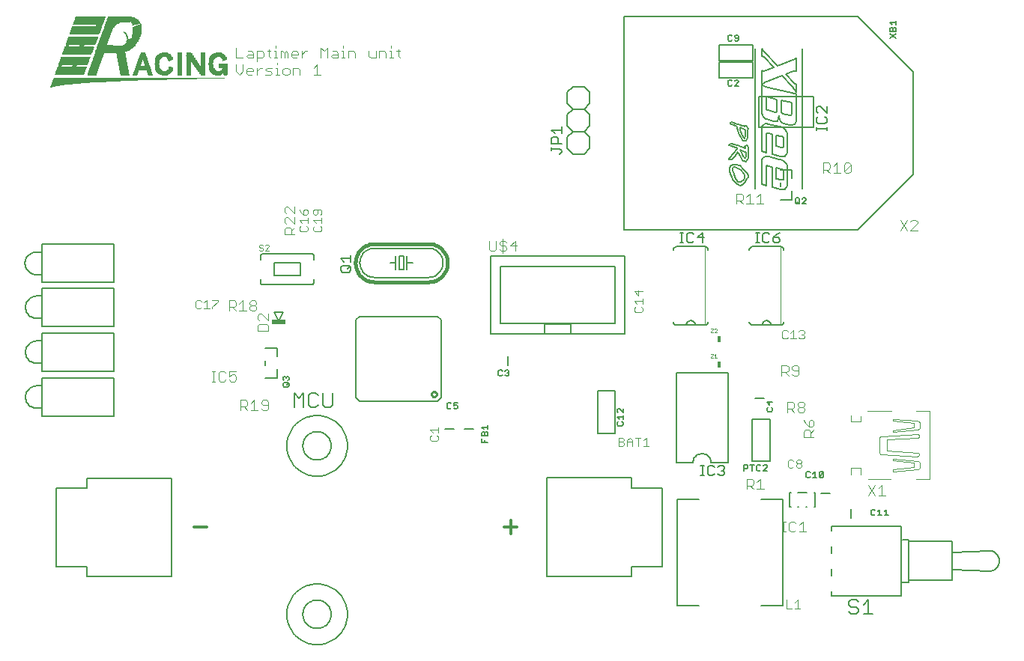
<source format=gto>
G75*
G70*
%OFA0B0*%
%FSLAX24Y24*%
%IPPOS*%
%LPD*%
%AMOC8*
5,1,8,0,0,1.08239X$1,22.5*
%
%ADD10R,0.0020X0.0010*%
%ADD11R,0.0040X0.0010*%
%ADD12R,0.0060X0.0010*%
%ADD13R,0.0100X0.0010*%
%ADD14R,0.0130X0.0010*%
%ADD15R,0.0170X0.0010*%
%ADD16R,0.0210X0.0010*%
%ADD17R,0.0270X0.0010*%
%ADD18R,0.0310X0.0010*%
%ADD19R,0.0380X0.0010*%
%ADD20R,0.0430X0.0010*%
%ADD21R,0.0510X0.0010*%
%ADD22R,0.0580X0.0010*%
%ADD23R,0.0660X0.0010*%
%ADD24R,0.0750X0.0010*%
%ADD25R,0.0850X0.0010*%
%ADD26R,0.0940X0.0010*%
%ADD27R,0.1050X0.0010*%
%ADD28R,0.1170X0.0010*%
%ADD29R,0.1280X0.0010*%
%ADD30R,0.1420X0.0010*%
%ADD31R,0.1550X0.0010*%
%ADD32R,0.1700X0.0010*%
%ADD33R,0.1860X0.0010*%
%ADD34R,0.2020X0.0010*%
%ADD35R,0.2190X0.0010*%
%ADD36R,0.2380X0.0010*%
%ADD37R,0.2580X0.0010*%
%ADD38R,0.2790X0.0010*%
%ADD39R,0.3020X0.0010*%
%ADD40R,0.3250X0.0010*%
%ADD41R,0.3500X0.0010*%
%ADD42R,0.3780X0.0010*%
%ADD43R,0.4060X0.0010*%
%ADD44R,0.4370X0.0010*%
%ADD45R,0.4700X0.0010*%
%ADD46R,0.5070X0.0010*%
%ADD47R,0.5460X0.0010*%
%ADD48R,0.5890X0.0010*%
%ADD49R,0.6380X0.0010*%
%ADD50R,0.6940X0.0010*%
%ADD51R,0.7620X0.0010*%
%ADD52R,0.0200X0.0010*%
%ADD53R,0.0180X0.0010*%
%ADD54R,0.0410X0.0010*%
%ADD55R,0.0400X0.0010*%
%ADD56R,0.0190X0.0010*%
%ADD57R,0.0280X0.0010*%
%ADD58R,0.0250X0.0010*%
%ADD59R,0.0160X0.0010*%
%ADD60R,0.1290X0.0010*%
%ADD61R,0.0420X0.0010*%
%ADD62R,0.0220X0.0010*%
%ADD63R,0.0340X0.0010*%
%ADD64R,0.0300X0.0010*%
%ADD65R,0.0390X0.0010*%
%ADD66R,0.1300X0.0010*%
%ADD67R,0.0470X0.0010*%
%ADD68R,0.0230X0.0010*%
%ADD69R,0.0490X0.0010*%
%ADD70R,0.0240X0.0010*%
%ADD71R,0.0530X0.0010*%
%ADD72R,0.0460X0.0010*%
%ADD73R,0.0550X0.0010*%
%ADD74R,0.0480X0.0010*%
%ADD75R,0.0570X0.0010*%
%ADD76R,0.0260X0.0010*%
%ADD77R,0.0500X0.0010*%
%ADD78R,0.0590X0.0010*%
%ADD79R,0.0520X0.0010*%
%ADD80R,0.0610X0.0010*%
%ADD81R,0.0540X0.0010*%
%ADD82R,0.0630X0.0010*%
%ADD83R,0.0650X0.0010*%
%ADD84R,0.0290X0.0010*%
%ADD85R,0.0760X0.0010*%
%ADD86R,0.0680X0.0010*%
%ADD87R,0.0700X0.0010*%
%ADD88R,0.0770X0.0010*%
%ADD89R,0.0320X0.0010*%
%ADD90R,0.0370X0.0010*%
%ADD91R,0.0330X0.0010*%
%ADD92R,0.0350X0.0010*%
%ADD93R,0.0740X0.0010*%
%ADD94R,0.0730X0.0010*%
%ADD95R,0.0360X0.0010*%
%ADD96R,0.0720X0.0010*%
%ADD97R,0.0710X0.0010*%
%ADD98R,0.0690X0.0010*%
%ADD99R,0.0670X0.0010*%
%ADD100R,0.0150X0.0010*%
%ADD101R,0.0110X0.0010*%
%ADD102R,0.0640X0.0010*%
%ADD103R,0.0050X0.0010*%
%ADD104R,0.0440X0.0010*%
%ADD105R,0.0010X0.0010*%
%ADD106R,0.0450X0.0010*%
%ADD107R,0.0030X0.0010*%
%ADD108R,0.0070X0.0010*%
%ADD109R,0.0120X0.0010*%
%ADD110R,0.0620X0.0010*%
%ADD111R,0.1350X0.0010*%
%ADD112R,0.1340X0.0010*%
%ADD113R,0.1330X0.0010*%
%ADD114R,0.1310X0.0010*%
%ADD115R,0.1320X0.0010*%
%ADD116R,0.1360X0.0010*%
%ADD117R,0.1400X0.0010*%
%ADD118R,0.1440X0.0010*%
%ADD119R,0.1450X0.0010*%
%ADD120R,0.1470X0.0010*%
%ADD121R,0.1480X0.0010*%
%ADD122R,0.1500X0.0010*%
%ADD123R,0.1520X0.0010*%
%ADD124R,0.1540X0.0010*%
%ADD125R,0.1560X0.0010*%
%ADD126R,0.1570X0.0010*%
%ADD127R,0.1580X0.0010*%
%ADD128R,0.1600X0.0010*%
%ADD129R,0.1610X0.0010*%
%ADD130R,0.1620X0.0010*%
%ADD131R,0.1630X0.0010*%
%ADD132R,0.1640X0.0010*%
%ADD133R,0.1650X0.0010*%
%ADD134R,0.1660X0.0010*%
%ADD135R,0.0080X0.0010*%
%ADD136R,0.0090X0.0010*%
%ADD137R,0.0600X0.0010*%
%ADD138R,0.1080X0.0010*%
%ADD139R,0.1120X0.0010*%
%ADD140R,0.1460X0.0010*%
%ADD141R,0.1430X0.0010*%
%ADD142R,0.1390X0.0010*%
%ADD143R,0.1380X0.0010*%
%ADD144R,0.1270X0.0010*%
%ADD145R,0.1240X0.0010*%
%ADD146R,0.1210X0.0010*%
%ADD147R,0.1180X0.0010*%
%ADD148R,0.1150X0.0010*%
%ADD149R,0.1110X0.0010*%
%ADD150R,0.1060X0.0010*%
%ADD151R,0.1010X0.0010*%
%ADD152R,0.0910X0.0010*%
%ADD153C,0.0040*%
%ADD154C,0.0080*%
%ADD155C,0.0100*%
%ADD156C,0.0060*%
%ADD157C,0.0160*%
%ADD158C,0.0050*%
%ADD159C,0.0030*%
%ADD160R,0.0620X0.0240*%
%ADD161C,0.0020*%
%ADD162C,0.0120*%
%ADD163R,0.0180X0.0300*%
%ADD164C,0.0010*%
D10*
X001274Y028505D03*
X004554Y030985D03*
D11*
X004564Y030965D03*
X004674Y030725D03*
X004674Y030715D03*
X006534Y029695D03*
X001284Y028515D03*
D12*
X001304Y028525D03*
X004684Y030685D03*
X004694Y030675D03*
X004674Y030735D03*
X004674Y030745D03*
X004674Y030755D03*
X004574Y030945D03*
D13*
X004694Y031405D03*
X006564Y029715D03*
X001324Y028535D03*
D14*
X001339Y028545D03*
D15*
X001369Y028555D03*
D16*
X001389Y028565D03*
X005199Y031255D03*
X005369Y030035D03*
X005479Y029735D03*
X005489Y029705D03*
X005499Y029675D03*
X005509Y029655D03*
X005509Y029645D03*
X005519Y029625D03*
X005519Y029615D03*
X005529Y029595D03*
X005529Y029585D03*
X005539Y029565D03*
X005539Y029555D03*
X005549Y029535D03*
X005549Y029525D03*
X005559Y029505D03*
X005559Y029495D03*
X005569Y029485D03*
X005569Y029475D03*
X005569Y029465D03*
X005579Y029455D03*
X005579Y029445D03*
X005639Y029265D03*
X005649Y029235D03*
X005659Y029205D03*
X005669Y029175D03*
X005709Y029065D03*
X005999Y029495D03*
X005999Y029505D03*
X005999Y029515D03*
X005999Y029525D03*
X005999Y029575D03*
X005999Y029585D03*
X005999Y029595D03*
X005999Y029605D03*
X007419Y029605D03*
X007419Y029595D03*
X007419Y029585D03*
X007419Y029575D03*
X007419Y029565D03*
X007419Y029555D03*
X007419Y029545D03*
X007419Y029535D03*
X007419Y029525D03*
X007419Y029515D03*
X007419Y029505D03*
X007419Y029495D03*
X007419Y029485D03*
X007419Y029475D03*
X007419Y029465D03*
X007419Y029455D03*
X007419Y029445D03*
X007419Y029435D03*
X007419Y029425D03*
X007419Y029415D03*
X007419Y029405D03*
X007419Y029395D03*
X007419Y029385D03*
X007419Y029375D03*
X007419Y029365D03*
X007419Y029355D03*
X007419Y029345D03*
X007419Y029335D03*
X007419Y029325D03*
X007419Y029315D03*
X007419Y029305D03*
X007419Y029295D03*
X007419Y029285D03*
X007419Y029275D03*
X007419Y029265D03*
X007419Y029255D03*
X007419Y029245D03*
X007419Y029235D03*
X007419Y029225D03*
X007419Y029215D03*
X007419Y029205D03*
X007419Y029195D03*
X007419Y029185D03*
X007419Y029175D03*
X007419Y029165D03*
X007419Y029155D03*
X007419Y029145D03*
X007419Y029135D03*
X007419Y029125D03*
X007419Y029115D03*
X007419Y029105D03*
X007419Y029095D03*
X007419Y029085D03*
X007419Y029075D03*
X008039Y029075D03*
X008039Y029445D03*
X008039Y029455D03*
X008039Y029465D03*
X008039Y029475D03*
X008039Y029485D03*
X008039Y029495D03*
X008039Y029505D03*
X008039Y029515D03*
X008039Y029525D03*
X008039Y029535D03*
X008039Y029545D03*
X008039Y029555D03*
X008039Y029565D03*
X008039Y029575D03*
X008039Y029585D03*
X008039Y029595D03*
X008039Y029605D03*
X008039Y029615D03*
X008039Y029625D03*
X008039Y029635D03*
X008039Y029645D03*
X008039Y029655D03*
X008039Y029665D03*
X008039Y029675D03*
X008039Y029685D03*
X008039Y029695D03*
X008039Y029705D03*
X008039Y029715D03*
X008039Y029725D03*
X008039Y029735D03*
X008039Y029745D03*
X008039Y029755D03*
X008039Y029765D03*
X008039Y029775D03*
X008039Y029785D03*
X008039Y029795D03*
X008039Y029805D03*
X008039Y029815D03*
X008039Y029825D03*
X008039Y029835D03*
X008039Y029845D03*
X008039Y029855D03*
X008039Y029865D03*
X008039Y029875D03*
X008039Y029885D03*
X008039Y029895D03*
X008039Y029905D03*
X008039Y029915D03*
X008039Y029925D03*
X008039Y029935D03*
X008039Y029945D03*
X008039Y029955D03*
X008039Y029965D03*
X008039Y029975D03*
X008039Y029985D03*
X008039Y029995D03*
X008039Y030005D03*
X008039Y030015D03*
X008039Y030025D03*
X008399Y029615D03*
X008399Y029605D03*
X008399Y029505D03*
X009039Y029385D03*
X009039Y029375D03*
X007419Y029615D03*
X007419Y029625D03*
X007419Y029635D03*
X007419Y029645D03*
X007419Y029655D03*
X007419Y029665D03*
X007429Y030035D03*
D17*
X007449Y029965D03*
X007449Y029955D03*
X006559Y029845D03*
X006549Y029855D03*
X006099Y029855D03*
X006089Y029845D03*
X005369Y029945D03*
X006099Y029245D03*
X008009Y029165D03*
X008009Y029155D03*
X008479Y029265D03*
X008489Y029255D03*
X009009Y029275D03*
X008949Y029855D03*
X008489Y029845D03*
X003439Y031305D03*
X003419Y031255D03*
X003409Y031225D03*
X001419Y028575D03*
D18*
X001449Y028585D03*
X005159Y031225D03*
X005369Y029895D03*
X005369Y029885D03*
X006519Y029225D03*
X007469Y029895D03*
X007469Y029905D03*
X007989Y029225D03*
X007989Y029215D03*
X008519Y029865D03*
X008989Y029245D03*
D19*
X008954Y029395D03*
X008954Y029405D03*
X008954Y029415D03*
X008954Y029425D03*
X008954Y029435D03*
X008954Y029445D03*
X008954Y029455D03*
X008954Y029465D03*
X008954Y029475D03*
X008954Y029485D03*
X008954Y029495D03*
X008954Y029505D03*
X008954Y029515D03*
X008954Y029525D03*
X008954Y029535D03*
X008954Y029545D03*
X008694Y029095D03*
X007954Y029325D03*
X007504Y029795D03*
X005374Y029795D03*
X005374Y029785D03*
X005024Y030665D03*
X005094Y030845D03*
X005094Y030855D03*
X005094Y030865D03*
X005064Y031385D03*
X005064Y031395D03*
X003714Y030805D03*
X003704Y030775D03*
X003694Y030755D03*
X003684Y030725D03*
X003674Y030705D03*
X003674Y030695D03*
X003664Y030675D03*
X003664Y030665D03*
X003654Y030655D03*
X003654Y030645D03*
X003644Y030625D03*
X003644Y030615D03*
X003634Y030595D03*
X003634Y030585D03*
X003624Y030565D03*
X003624Y030555D03*
X003614Y030545D03*
X003614Y030535D03*
X003614Y030525D03*
X003604Y030515D03*
X003604Y030505D03*
X003594Y030485D03*
X003594Y030475D03*
X003584Y030455D03*
X003584Y030445D03*
X003574Y030435D03*
X003574Y030425D03*
X003574Y030415D03*
X003564Y030405D03*
X003564Y030395D03*
X001484Y028595D03*
D20*
X001519Y028605D03*
X003579Y030385D03*
X003859Y031155D03*
X003869Y031175D03*
X003879Y031195D03*
X006329Y030005D03*
X006329Y029095D03*
X007529Y029715D03*
X007929Y029405D03*
X007929Y029395D03*
X008689Y029115D03*
X008729Y030005D03*
D21*
X008729Y029975D03*
X004909Y030565D03*
X004909Y030575D03*
X004789Y030395D03*
X003959Y031315D03*
X001559Y028615D03*
D22*
X001594Y028625D03*
X004734Y030365D03*
D23*
X005374Y029395D03*
X006324Y029195D03*
X006324Y029905D03*
X004064Y031405D03*
X001644Y028635D03*
X008724Y029905D03*
D24*
X008769Y029185D03*
X001689Y028645D03*
D25*
X001739Y028655D03*
X003789Y030365D03*
D26*
X001794Y028665D03*
D27*
X001849Y028675D03*
D28*
X001909Y028685D03*
D29*
X001974Y028695D03*
X004434Y031565D03*
D30*
X004474Y031485D03*
X002044Y028705D03*
D31*
X002119Y028715D03*
X004079Y030215D03*
D32*
X002194Y028725D03*
D33*
X002274Y028735D03*
D34*
X002364Y028745D03*
D35*
X002449Y028755D03*
D36*
X002544Y028765D03*
D37*
X002654Y028775D03*
D38*
X002759Y028785D03*
D39*
X002874Y028795D03*
D40*
X002999Y028805D03*
D41*
X003124Y028815D03*
D42*
X003264Y028825D03*
D43*
X003414Y028835D03*
D44*
X003569Y028845D03*
D45*
X003744Y028855D03*
D46*
X003929Y028865D03*
D47*
X004124Y028875D03*
D48*
X004349Y028885D03*
D49*
X004594Y028895D03*
D50*
X004874Y028905D03*
D51*
X005224Y028915D03*
D52*
X005034Y029085D03*
X005034Y029095D03*
X005044Y029105D03*
X005044Y029115D03*
X005044Y029125D03*
X005054Y029135D03*
X005054Y029145D03*
X005054Y029155D03*
X005064Y029165D03*
X005064Y029175D03*
X005064Y029185D03*
X005074Y029195D03*
X005074Y029205D03*
X005074Y029215D03*
X005084Y029225D03*
X005084Y029235D03*
X005094Y029255D03*
X005094Y029265D03*
X005164Y029465D03*
X005174Y029485D03*
X005174Y029495D03*
X005184Y029515D03*
X005184Y029525D03*
X005194Y029545D03*
X005194Y029555D03*
X005204Y029575D03*
X005214Y029605D03*
X005224Y029635D03*
X005234Y029665D03*
X005244Y029695D03*
X005254Y029725D03*
X005264Y029745D03*
X005474Y029745D03*
X005474Y029755D03*
X005484Y029725D03*
X005484Y029715D03*
X005494Y029695D03*
X005494Y029685D03*
X005504Y029665D03*
X005514Y029635D03*
X005524Y029605D03*
X005534Y029575D03*
X005544Y029545D03*
X005554Y029515D03*
X006334Y029055D03*
X006624Y029385D03*
X007004Y029065D03*
X007004Y030035D03*
X006334Y030045D03*
X005044Y031325D03*
X008734Y030045D03*
X009004Y029735D03*
D53*
X009054Y029175D03*
X009054Y029165D03*
X009054Y029155D03*
X009054Y029145D03*
X009054Y029135D03*
X009054Y029125D03*
X009054Y029115D03*
X009054Y029105D03*
X009054Y029095D03*
X009054Y029085D03*
X009054Y029075D03*
X008704Y029055D03*
X006594Y029735D03*
X005214Y031265D03*
X002674Y030405D03*
X002324Y029445D03*
D54*
X003139Y029175D03*
X003129Y029145D03*
X003119Y029115D03*
X003109Y029095D03*
X003099Y029065D03*
X003149Y029205D03*
X003159Y029225D03*
X003169Y029255D03*
X003179Y029285D03*
X003189Y029315D03*
X003209Y029365D03*
X003219Y029395D03*
X003229Y029425D03*
X003249Y029475D03*
X003259Y029505D03*
X003269Y029535D03*
X003289Y029585D03*
X003299Y029615D03*
X003309Y029645D03*
X003329Y029695D03*
X003339Y029725D03*
X003349Y029755D03*
X003379Y029835D03*
X003389Y029865D03*
X003419Y029945D03*
X003429Y029975D03*
X004399Y029995D03*
X004399Y030005D03*
X004409Y029945D03*
X004409Y029935D03*
X004419Y029895D03*
X004419Y029885D03*
X004429Y029845D03*
X004429Y029835D03*
X004429Y029825D03*
X004439Y029785D03*
X004439Y029775D03*
X004449Y029735D03*
X004449Y029725D03*
X004459Y029685D03*
X004459Y029675D03*
X004459Y029665D03*
X004469Y029625D03*
X004469Y029615D03*
X004479Y029575D03*
X004479Y029565D03*
X004479Y029555D03*
X004489Y029525D03*
X004489Y029515D03*
X004489Y029505D03*
X004499Y029465D03*
X004499Y029455D03*
X004509Y029415D03*
X004509Y029405D03*
X004509Y029395D03*
X004519Y029355D03*
X004519Y029345D03*
X004529Y029305D03*
X004529Y029295D03*
X004529Y029285D03*
X004539Y029255D03*
X004539Y029245D03*
X004539Y029235D03*
X004549Y029195D03*
X004549Y029185D03*
X004559Y029145D03*
X004559Y029135D03*
X004559Y029125D03*
X004569Y029095D03*
X004569Y029085D03*
X004569Y029075D03*
X005119Y031035D03*
X005119Y031045D03*
X005119Y031055D03*
X005119Y031065D03*
X005119Y031075D03*
X005119Y031085D03*
X005119Y031095D03*
X005119Y031105D03*
X005119Y031115D03*
X005119Y031125D03*
X005119Y031135D03*
X005119Y031145D03*
X005119Y031155D03*
X005119Y031165D03*
X005109Y031185D03*
X003839Y031115D03*
X003829Y031095D03*
X003829Y031085D03*
X003819Y031075D03*
X003819Y031065D03*
X003809Y031045D03*
X007519Y029755D03*
X007519Y029745D03*
X007939Y029375D03*
X007939Y029365D03*
X008689Y029105D03*
D55*
X007944Y029355D03*
X007514Y029765D03*
X005374Y029765D03*
X004474Y029605D03*
X004474Y029595D03*
X004474Y029585D03*
X004484Y029545D03*
X004484Y029535D03*
X004494Y029495D03*
X004494Y029485D03*
X004494Y029475D03*
X004504Y029445D03*
X004504Y029435D03*
X004504Y029425D03*
X004514Y029385D03*
X004514Y029375D03*
X004514Y029365D03*
X004524Y029335D03*
X004524Y029325D03*
X004524Y029315D03*
X004534Y029275D03*
X004534Y029265D03*
X004544Y029225D03*
X004544Y029215D03*
X004544Y029205D03*
X004554Y029175D03*
X004554Y029165D03*
X004554Y029155D03*
X004564Y029115D03*
X004564Y029105D03*
X004574Y029065D03*
X004464Y029635D03*
X004464Y029645D03*
X004464Y029655D03*
X004454Y029695D03*
X004454Y029705D03*
X004454Y029715D03*
X004444Y029745D03*
X004444Y029755D03*
X004444Y029765D03*
X004434Y029795D03*
X004434Y029805D03*
X004434Y029815D03*
X004424Y029855D03*
X004424Y029865D03*
X004424Y029875D03*
X004414Y029905D03*
X004414Y029915D03*
X004414Y029925D03*
X004404Y029955D03*
X004404Y029965D03*
X004404Y029975D03*
X004404Y029985D03*
X004394Y030015D03*
X004394Y030025D03*
X003754Y030905D03*
X003764Y030935D03*
X003774Y030955D03*
X003774Y030965D03*
X003784Y030975D03*
X003784Y030985D03*
X003794Y030995D03*
X003794Y031005D03*
X003794Y031015D03*
X003804Y031025D03*
X003804Y031035D03*
X003814Y031055D03*
X005064Y031375D03*
X005114Y031025D03*
X005114Y031015D03*
X005114Y031005D03*
X005114Y030995D03*
X005114Y030985D03*
X005114Y030975D03*
X005114Y030965D03*
X005104Y030915D03*
D56*
X004689Y031415D03*
X002669Y030395D03*
X002669Y030385D03*
X002659Y030375D03*
X002659Y030365D03*
X002659Y030355D03*
X002649Y030345D03*
X002649Y030335D03*
X002649Y030325D03*
X002349Y029505D03*
X002339Y029495D03*
X002339Y029485D03*
X002339Y029475D03*
X002329Y029465D03*
X002329Y029455D03*
X002319Y029435D03*
X002319Y029425D03*
X005029Y029075D03*
X005029Y029065D03*
X005089Y029245D03*
X005099Y029275D03*
X005159Y029445D03*
X005159Y029455D03*
X005169Y029475D03*
X005179Y029505D03*
X005189Y029535D03*
X005199Y029565D03*
X005209Y029585D03*
X005209Y029595D03*
X005219Y029615D03*
X005219Y029625D03*
X005229Y029645D03*
X005229Y029655D03*
X005239Y029675D03*
X005239Y029685D03*
X005249Y029705D03*
X005249Y029715D03*
X005259Y029735D03*
X005269Y029755D03*
X007419Y029065D03*
X008039Y029065D03*
X008039Y030035D03*
D57*
X008504Y029855D03*
X008734Y030035D03*
X008934Y029865D03*
X009004Y029265D03*
X008004Y029175D03*
X007454Y029945D03*
X006334Y030035D03*
X005374Y029935D03*
X005374Y029925D03*
X006334Y029065D03*
X006544Y029235D03*
X005174Y031235D03*
X005104Y031345D03*
X003434Y031295D03*
X003434Y031285D03*
X003424Y031275D03*
X003424Y031265D03*
X003414Y031245D03*
X003414Y031235D03*
D58*
X005369Y029975D03*
X006069Y029825D03*
X006079Y029835D03*
X006069Y029275D03*
X006569Y029255D03*
X006579Y029825D03*
X006569Y029835D03*
X007439Y029985D03*
X007439Y029995D03*
X007669Y029645D03*
X007689Y029615D03*
X007709Y029585D03*
X007729Y029555D03*
X007749Y029525D03*
X007769Y029495D03*
X007789Y029465D03*
X008019Y029135D03*
X008449Y029305D03*
X008459Y029295D03*
X008459Y029285D03*
X008469Y029275D03*
X008699Y029065D03*
X009019Y029295D03*
X008969Y029835D03*
X008959Y029845D03*
X008479Y029835D03*
X008469Y029825D03*
D59*
X009054Y029065D03*
X002024Y030405D03*
X002014Y030375D03*
X002004Y030355D03*
X002004Y030345D03*
X001994Y030325D03*
X001684Y029465D03*
D60*
X002179Y029245D03*
X002189Y029275D03*
X002199Y029305D03*
X002219Y029355D03*
X002229Y029385D03*
X002239Y029415D03*
X002279Y029525D03*
X002309Y029605D03*
X002319Y029635D03*
X002359Y029745D03*
X002399Y029855D03*
X002159Y029195D03*
X002149Y029165D03*
X002139Y029135D03*
X002129Y029105D03*
X002119Y029085D03*
X002119Y029075D03*
D61*
X003104Y029075D03*
X003104Y029085D03*
X003114Y029105D03*
X003124Y029125D03*
X003124Y029135D03*
X003134Y029155D03*
X003134Y029165D03*
X003144Y029185D03*
X003144Y029195D03*
X003154Y029215D03*
X003164Y029235D03*
X003164Y029245D03*
X003174Y029265D03*
X003174Y029275D03*
X003184Y029295D03*
X003184Y029305D03*
X003194Y029325D03*
X003194Y029335D03*
X003204Y029345D03*
X003204Y029355D03*
X003214Y029375D03*
X003214Y029385D03*
X003224Y029405D03*
X003224Y029415D03*
X003234Y029435D03*
X003234Y029445D03*
X003244Y029455D03*
X003244Y029465D03*
X003254Y029485D03*
X003254Y029495D03*
X003264Y029515D03*
X003264Y029525D03*
X003274Y029545D03*
X003274Y029555D03*
X003284Y029565D03*
X003284Y029575D03*
X003294Y029595D03*
X003294Y029605D03*
X003304Y029625D03*
X003304Y029635D03*
X003314Y029655D03*
X003314Y029665D03*
X003324Y029675D03*
X003324Y029685D03*
X003334Y029705D03*
X003334Y029715D03*
X003344Y029735D03*
X003344Y029745D03*
X003354Y029765D03*
X003354Y029775D03*
X003364Y029785D03*
X003364Y029795D03*
X003364Y029805D03*
X003374Y029815D03*
X003374Y029825D03*
X003384Y029845D03*
X003384Y029855D03*
X003394Y029875D03*
X003394Y029885D03*
X003404Y029895D03*
X003404Y029905D03*
X003404Y029915D03*
X003414Y029925D03*
X003414Y029935D03*
X003424Y029955D03*
X003424Y029965D03*
X003434Y029985D03*
X003434Y029995D03*
X003444Y030005D03*
X003444Y030015D03*
X003444Y030025D03*
X003834Y031105D03*
X003844Y031125D03*
X003854Y031135D03*
X003854Y031145D03*
X003864Y031165D03*
X005114Y031175D03*
X007524Y029735D03*
X007524Y029725D03*
X007934Y029385D03*
D62*
X008034Y029095D03*
X008034Y029085D03*
X008424Y029365D03*
X008414Y029395D03*
X008414Y029405D03*
X008414Y029415D03*
X008404Y029435D03*
X008404Y029445D03*
X008404Y029455D03*
X008404Y029465D03*
X008404Y029475D03*
X008404Y029485D03*
X008404Y029495D03*
X008394Y029515D03*
X008394Y029525D03*
X008394Y029535D03*
X008394Y029545D03*
X008394Y029555D03*
X008394Y029565D03*
X008394Y029575D03*
X008394Y029585D03*
X008394Y029595D03*
X008404Y029625D03*
X008404Y029635D03*
X008404Y029645D03*
X008404Y029655D03*
X008404Y029665D03*
X008404Y029675D03*
X008414Y029685D03*
X008414Y029695D03*
X008414Y029705D03*
X008414Y029715D03*
X008424Y029735D03*
X009004Y029765D03*
X009004Y029775D03*
X009014Y029755D03*
X009014Y029745D03*
X009034Y029365D03*
X009034Y029355D03*
X009034Y029345D03*
X007004Y029345D03*
X007004Y029335D03*
X007004Y029325D03*
X007004Y029315D03*
X007004Y029305D03*
X007004Y029295D03*
X007004Y029285D03*
X007004Y029275D03*
X007004Y029265D03*
X007004Y029255D03*
X007004Y029245D03*
X007004Y029235D03*
X007004Y029225D03*
X007004Y029215D03*
X007004Y029205D03*
X007004Y029195D03*
X007004Y029185D03*
X007004Y029175D03*
X007004Y029165D03*
X007004Y029155D03*
X007004Y029145D03*
X007004Y029135D03*
X007004Y029125D03*
X007004Y029115D03*
X007004Y029105D03*
X007004Y029095D03*
X007004Y029085D03*
X007004Y029075D03*
X007004Y029355D03*
X007004Y029365D03*
X007004Y029375D03*
X007004Y029385D03*
X007004Y029395D03*
X007004Y029405D03*
X007004Y029415D03*
X007004Y029425D03*
X007004Y029435D03*
X007004Y029445D03*
X007004Y029455D03*
X007004Y029465D03*
X007004Y029475D03*
X007004Y029485D03*
X007004Y029495D03*
X007004Y029505D03*
X007004Y029515D03*
X007004Y029525D03*
X007004Y029535D03*
X007004Y029545D03*
X007004Y029555D03*
X007004Y029565D03*
X007004Y029575D03*
X007004Y029585D03*
X007004Y029595D03*
X007004Y029605D03*
X007004Y029615D03*
X007004Y029625D03*
X007004Y029635D03*
X007004Y029645D03*
X007004Y029655D03*
X007004Y029665D03*
X007004Y029675D03*
X007004Y029685D03*
X007004Y029695D03*
X007004Y029705D03*
X007004Y029715D03*
X007004Y029725D03*
X007004Y029735D03*
X007004Y029745D03*
X007004Y029755D03*
X007004Y029765D03*
X007004Y029775D03*
X007004Y029785D03*
X007004Y029795D03*
X007004Y029805D03*
X007004Y029815D03*
X007004Y029825D03*
X007004Y029835D03*
X007004Y029845D03*
X007004Y029855D03*
X007004Y029865D03*
X007004Y029875D03*
X007004Y029885D03*
X007004Y029895D03*
X007004Y029905D03*
X007004Y029915D03*
X007004Y029925D03*
X007004Y029935D03*
X007004Y029945D03*
X007004Y029955D03*
X007004Y029965D03*
X007004Y029975D03*
X007004Y029985D03*
X007004Y029995D03*
X007004Y030005D03*
X007004Y030015D03*
X007004Y030025D03*
X006614Y029745D03*
X006624Y029375D03*
X006624Y029365D03*
X006624Y029355D03*
X006614Y029345D03*
X006614Y029335D03*
X006604Y029315D03*
X006024Y029365D03*
X006014Y029395D03*
X006014Y029405D03*
X006014Y029415D03*
X006004Y029425D03*
X006004Y029435D03*
X006004Y029445D03*
X006004Y029455D03*
X006004Y029465D03*
X006004Y029475D03*
X006004Y029485D03*
X005994Y029535D03*
X005994Y029545D03*
X005994Y029555D03*
X005994Y029565D03*
X006004Y029615D03*
X006004Y029625D03*
X006004Y029635D03*
X006004Y029645D03*
X006004Y029655D03*
X006004Y029665D03*
X006004Y029675D03*
X006014Y029685D03*
X006014Y029695D03*
X006014Y029705D03*
X006014Y029715D03*
X006024Y029725D03*
X006024Y029735D03*
X005634Y029275D03*
X005644Y029255D03*
X005644Y029245D03*
X005654Y029225D03*
X005654Y029215D03*
X005664Y029195D03*
X005664Y029185D03*
X005674Y029165D03*
X005674Y029155D03*
X005684Y029145D03*
X005684Y029135D03*
X005684Y029125D03*
X005694Y029115D03*
X005694Y029105D03*
X005694Y029095D03*
X005704Y029085D03*
X005704Y029075D03*
X005374Y030015D03*
X005374Y030025D03*
D63*
X005374Y029855D03*
X005374Y029845D03*
X006334Y030025D03*
X006334Y029075D03*
X007484Y029855D03*
X007974Y029265D03*
X008534Y029225D03*
X008694Y029085D03*
X008734Y030025D03*
X005054Y031435D03*
D64*
X005374Y029905D03*
X006114Y029865D03*
X007464Y029915D03*
X007994Y029205D03*
X008514Y029235D03*
X008694Y029075D03*
D65*
X007949Y029335D03*
X007949Y029345D03*
X007509Y029775D03*
X007509Y029785D03*
X006329Y030015D03*
X005369Y029775D03*
X006329Y029085D03*
X005099Y030875D03*
X005099Y030885D03*
X005099Y030895D03*
X005099Y030905D03*
X005109Y030925D03*
X005109Y030935D03*
X005109Y030945D03*
X005109Y030955D03*
X005119Y031195D03*
X005069Y031365D03*
X003769Y030945D03*
X003759Y030925D03*
X003759Y030915D03*
X003749Y030895D03*
X003749Y030885D03*
X003739Y030875D03*
X003739Y030865D03*
X003729Y030855D03*
X003729Y030845D03*
X003729Y030835D03*
X003719Y030825D03*
X003719Y030815D03*
X003709Y030795D03*
X003709Y030785D03*
X003699Y030765D03*
X003689Y030745D03*
X003689Y030735D03*
X003679Y030715D03*
X003669Y030685D03*
X003649Y030635D03*
X003639Y030605D03*
X003629Y030575D03*
X003599Y030495D03*
X003589Y030465D03*
X008729Y030015D03*
D66*
X004444Y031555D03*
X003044Y031635D03*
X003024Y031585D03*
X003014Y031555D03*
X003004Y031525D03*
X002984Y031475D03*
X002974Y031445D03*
X002964Y031415D03*
X002954Y031385D03*
X002944Y031365D03*
X002934Y031335D03*
X002884Y031195D03*
X002874Y031165D03*
X002864Y031145D03*
X002864Y031135D03*
X002854Y031115D03*
X002844Y031085D03*
X002834Y031055D03*
X002824Y031035D03*
X002824Y031025D03*
X002814Y031005D03*
X002814Y030995D03*
X002804Y030975D03*
X002794Y030945D03*
X002784Y030925D03*
X002784Y030915D03*
X002774Y030895D03*
X002774Y030885D03*
X002724Y030755D03*
X002724Y030745D03*
X002714Y030725D03*
X002704Y030705D03*
X002704Y030695D03*
X002694Y030675D03*
X002694Y030665D03*
X002684Y030645D03*
X002684Y030635D03*
X002674Y030615D03*
X002664Y030595D03*
X002664Y030585D03*
X002654Y030565D03*
X002654Y030555D03*
X002644Y030535D03*
X002644Y030525D03*
X002634Y030505D03*
X002634Y030495D03*
X002624Y030485D03*
X002624Y030475D03*
X002614Y030455D03*
X002614Y030445D03*
X002604Y030425D03*
X002604Y030415D03*
X002564Y030315D03*
X002564Y030305D03*
X002554Y030285D03*
X002554Y030275D03*
X002544Y030265D03*
X002544Y030255D03*
X002544Y030245D03*
X002534Y030235D03*
X002534Y030225D03*
X002524Y030205D03*
X002524Y030195D03*
X002514Y030175D03*
X002514Y030165D03*
X002504Y030155D03*
X002504Y030145D03*
X002504Y030135D03*
X002494Y030125D03*
X002494Y030115D03*
X002484Y030095D03*
X002484Y030085D03*
X002474Y030065D03*
X002474Y030055D03*
X002464Y030045D03*
X002464Y030035D03*
X002464Y030025D03*
X002454Y030015D03*
X002454Y030005D03*
X002454Y029995D03*
X002444Y029985D03*
X002394Y029845D03*
X002394Y029835D03*
X002384Y029825D03*
X002384Y029815D03*
X002384Y029805D03*
X002374Y029795D03*
X002374Y029785D03*
X002374Y029775D03*
X002364Y029765D03*
X002364Y029755D03*
X002354Y029735D03*
X002354Y029725D03*
X002344Y029715D03*
X002344Y029705D03*
X002344Y029695D03*
X002334Y029685D03*
X002334Y029675D03*
X002334Y029665D03*
X002324Y029655D03*
X002324Y029645D03*
X002314Y029625D03*
X002314Y029615D03*
X002304Y029595D03*
X002304Y029585D03*
X002294Y029575D03*
X002294Y029565D03*
X002294Y029555D03*
X002284Y029545D03*
X002284Y029535D03*
X002274Y029515D03*
X002234Y029405D03*
X002234Y029395D03*
X002224Y029375D03*
X002224Y029365D03*
X002214Y029345D03*
X002214Y029335D03*
X002204Y029325D03*
X002204Y029315D03*
X002194Y029295D03*
X002194Y029285D03*
X002184Y029265D03*
X002184Y029255D03*
X002174Y029235D03*
X002174Y029225D03*
X002164Y029215D03*
X002164Y029205D03*
X002154Y029185D03*
X002154Y029175D03*
X002144Y029155D03*
X002144Y029145D03*
X002134Y029125D03*
X002134Y029115D03*
X002124Y029095D03*
D67*
X003919Y031265D03*
X003929Y031275D03*
X006329Y029105D03*
D68*
X006589Y029285D03*
X006599Y029305D03*
X006609Y029325D03*
X006609Y029755D03*
X006609Y029765D03*
X006599Y029775D03*
X006599Y029785D03*
X006049Y029795D03*
X006039Y029775D03*
X006039Y029765D03*
X006029Y029755D03*
X006029Y029745D03*
X006019Y029385D03*
X006019Y029375D03*
X006029Y029355D03*
X006029Y029345D03*
X006039Y029335D03*
X006039Y029325D03*
X006049Y029305D03*
X005369Y030005D03*
X007429Y030015D03*
X007429Y030025D03*
X008419Y029725D03*
X008429Y029745D03*
X008429Y029755D03*
X008439Y029765D03*
X008439Y029775D03*
X008409Y029425D03*
X008419Y029385D03*
X008419Y029375D03*
X008429Y029355D03*
X008429Y029345D03*
X008029Y029105D03*
X009029Y029325D03*
X009029Y029335D03*
X008999Y029785D03*
X008989Y029795D03*
X008989Y029805D03*
D69*
X008729Y029985D03*
X006329Y029115D03*
X004849Y030455D03*
X004839Y030445D03*
X004829Y030435D03*
X004819Y030425D03*
X004869Y030485D03*
X004879Y030505D03*
X004889Y030515D03*
X004889Y030525D03*
X003939Y031295D03*
D70*
X005074Y031335D03*
X005184Y031245D03*
X005374Y029995D03*
X005374Y029985D03*
X006044Y029785D03*
X006054Y029805D03*
X006064Y029815D03*
X006044Y029315D03*
X006054Y029295D03*
X006064Y029285D03*
X006574Y029265D03*
X006584Y029275D03*
X006594Y029295D03*
X006594Y029795D03*
X006584Y029805D03*
X006584Y029815D03*
X007434Y030005D03*
X007654Y029665D03*
X007664Y029655D03*
X007674Y029635D03*
X007684Y029625D03*
X007694Y029605D03*
X007704Y029595D03*
X007714Y029575D03*
X007724Y029565D03*
X007734Y029545D03*
X007744Y029535D03*
X007754Y029515D03*
X007764Y029505D03*
X007774Y029485D03*
X007784Y029475D03*
X007794Y029455D03*
X007804Y029445D03*
X008024Y029125D03*
X008024Y029115D03*
X008444Y029315D03*
X008444Y029325D03*
X008434Y029335D03*
X008444Y029785D03*
X008454Y029795D03*
X008454Y029805D03*
X008464Y029815D03*
X008974Y029825D03*
X008984Y029815D03*
X009024Y029315D03*
X009024Y029305D03*
D71*
X006329Y029125D03*
X004929Y030625D03*
X003979Y031335D03*
D72*
X003914Y031255D03*
X006334Y029995D03*
X007544Y029675D03*
X007914Y029435D03*
X008684Y029125D03*
X008734Y029995D03*
D73*
X008729Y029965D03*
X008679Y029175D03*
X006329Y029135D03*
X006329Y029965D03*
X003999Y031355D03*
D74*
X003934Y031285D03*
X004874Y030495D03*
X004864Y030475D03*
X004854Y030465D03*
X008684Y029135D03*
D75*
X008729Y029955D03*
X006329Y029955D03*
X006329Y029145D03*
X004009Y031365D03*
D76*
X005374Y029965D03*
X005374Y029955D03*
X006074Y029265D03*
X006084Y029255D03*
X006554Y029245D03*
X007444Y029975D03*
X008014Y029145D03*
X009014Y029285D03*
D77*
X008684Y029145D03*
X006334Y029985D03*
X004904Y030545D03*
X004904Y030555D03*
X004894Y030535D03*
X004814Y030415D03*
X004804Y030405D03*
X003954Y031305D03*
D78*
X004019Y031375D03*
X006329Y029945D03*
X006329Y029155D03*
X008729Y029945D03*
D79*
X008684Y029155D03*
X006334Y029975D03*
X004924Y030605D03*
X004924Y030615D03*
X004914Y030595D03*
X004914Y030585D03*
X004774Y030385D03*
X003964Y031325D03*
D80*
X006329Y029935D03*
X006329Y029165D03*
X008729Y029935D03*
D81*
X008684Y029165D03*
X004934Y030635D03*
X004934Y030645D03*
X004934Y030655D03*
X004754Y030375D03*
X003984Y031345D03*
D82*
X006329Y029925D03*
X006329Y029175D03*
X005369Y029435D03*
D83*
X005369Y029405D03*
X006329Y029185D03*
X006329Y029915D03*
D84*
X006539Y029865D03*
X006109Y029235D03*
X005369Y029915D03*
X007459Y029925D03*
X007459Y029935D03*
X007999Y029195D03*
X007999Y029185D03*
X008499Y029245D03*
X008999Y029255D03*
D85*
X008764Y029205D03*
X008764Y029195D03*
D86*
X008724Y029885D03*
X008724Y029895D03*
X006324Y029895D03*
X006324Y029205D03*
X005374Y029365D03*
D87*
X005374Y029335D03*
X006324Y029215D03*
X006324Y029875D03*
X008724Y029875D03*
X003714Y030375D03*
D88*
X008759Y029215D03*
D89*
X007984Y029235D03*
X007474Y029885D03*
X006134Y029225D03*
X005374Y029875D03*
X005114Y031355D03*
D90*
X005059Y031405D03*
X005089Y030835D03*
X005089Y030825D03*
X005089Y030815D03*
X005089Y030805D03*
X005079Y030785D03*
X005039Y030685D03*
X005029Y030675D03*
X005369Y029805D03*
X007499Y029805D03*
X007499Y029815D03*
X007959Y029315D03*
X007959Y029305D03*
X008959Y029225D03*
D91*
X008979Y029235D03*
X007979Y029245D03*
X007979Y029255D03*
X007479Y029865D03*
X007479Y029875D03*
X005369Y029865D03*
X005149Y031215D03*
D92*
X005059Y031425D03*
X005069Y030745D03*
X005369Y029835D03*
X007489Y029835D03*
X007489Y029845D03*
X007969Y029285D03*
X007969Y029275D03*
D93*
X005374Y029285D03*
D94*
X005369Y029295D03*
D95*
X005374Y029815D03*
X005374Y029825D03*
X005044Y030695D03*
X005054Y030705D03*
X005054Y030715D03*
X005064Y030725D03*
X005064Y030735D03*
X005074Y030755D03*
X005074Y030765D03*
X005074Y030775D03*
X005084Y030795D03*
X005134Y031205D03*
X005064Y031415D03*
X007494Y029825D03*
X007964Y029295D03*
D96*
X005374Y029305D03*
X005374Y029315D03*
D97*
X005369Y029325D03*
D98*
X005369Y029345D03*
X005369Y029355D03*
X006329Y029885D03*
X004089Y031415D03*
D99*
X005369Y029385D03*
X005369Y029375D03*
D100*
X006599Y029395D03*
X006579Y029725D03*
X005229Y031275D03*
X005019Y031315D03*
X002019Y030395D03*
X002019Y030385D03*
X002009Y030365D03*
X001999Y030335D03*
X001699Y029505D03*
X001699Y029495D03*
X001689Y029485D03*
X001689Y029475D03*
X001679Y029455D03*
X001679Y029445D03*
X001669Y029435D03*
X001669Y029425D03*
X008989Y029725D03*
D101*
X006579Y029405D03*
X005239Y031285D03*
X004989Y031305D03*
D102*
X005374Y029425D03*
X005374Y029415D03*
X008724Y029915D03*
D103*
X006559Y029415D03*
X004679Y030695D03*
X004679Y030705D03*
X004569Y030955D03*
X005269Y031305D03*
D104*
X003894Y031225D03*
X003884Y031205D03*
X003874Y031185D03*
X007534Y029705D03*
X007534Y029695D03*
X007924Y029415D03*
D105*
X006539Y029425D03*
X005279Y031315D03*
D106*
X003909Y031245D03*
X003899Y031235D03*
X003889Y031215D03*
X007539Y029685D03*
X007919Y029425D03*
D107*
X008939Y029695D03*
X004929Y031285D03*
X004559Y030975D03*
D108*
X004579Y030935D03*
X004589Y030925D03*
X004599Y030915D03*
X004669Y030785D03*
X004669Y030775D03*
X004669Y030765D03*
X004959Y031295D03*
X006549Y029705D03*
X008959Y029705D03*
D109*
X008974Y029715D03*
D110*
X008724Y029925D03*
X004044Y031395D03*
D111*
X004459Y031525D03*
X003919Y030045D03*
X003919Y030035D03*
D112*
X003924Y030055D03*
X004454Y031535D03*
D113*
X004449Y031545D03*
X003919Y030075D03*
X003919Y030065D03*
D114*
X002639Y030515D03*
X002649Y030545D03*
X002659Y030575D03*
X002669Y030605D03*
X002679Y030625D03*
X002689Y030655D03*
X002699Y030685D03*
X002709Y030715D03*
X002719Y030735D03*
X002779Y030905D03*
X002789Y030935D03*
X002799Y030955D03*
X002799Y030965D03*
X002809Y030985D03*
X002819Y031015D03*
X002829Y031045D03*
X002839Y031065D03*
X002839Y031075D03*
X002849Y031095D03*
X002849Y031105D03*
X002859Y031125D03*
X002869Y031155D03*
X002879Y031175D03*
X002879Y031185D03*
X002889Y031205D03*
X002889Y031215D03*
X002929Y031315D03*
X002929Y031325D03*
X002939Y031345D03*
X002939Y031355D03*
X002949Y031375D03*
X002959Y031395D03*
X002959Y031405D03*
X002969Y031425D03*
X002969Y031435D03*
X002979Y031455D03*
X002979Y031465D03*
X002989Y031485D03*
X002989Y031495D03*
X002999Y031505D03*
X002999Y031515D03*
X003009Y031535D03*
X003009Y031545D03*
X003019Y031565D03*
X003019Y031575D03*
X003029Y031595D03*
X003029Y031605D03*
X003039Y031615D03*
X003039Y031625D03*
X003049Y031645D03*
X003049Y031655D03*
X002619Y030465D03*
X002609Y030435D03*
X002559Y030295D03*
X002529Y030215D03*
X002519Y030185D03*
X002489Y030105D03*
X002479Y030075D03*
D115*
X003924Y030085D03*
X003924Y030095D03*
X003924Y030105D03*
D116*
X003954Y030115D03*
D117*
X003974Y030125D03*
X004474Y031495D03*
D118*
X004484Y031465D03*
X003994Y030135D03*
D119*
X004009Y030145D03*
D120*
X004019Y030155D03*
D121*
X004034Y030165D03*
D122*
X004044Y030175D03*
D123*
X004054Y030185D03*
X004064Y030195D03*
D124*
X004074Y030205D03*
D125*
X004094Y030225D03*
D126*
X004099Y030235D03*
D127*
X004104Y030245D03*
X004114Y030255D03*
D128*
X004124Y030265D03*
D129*
X004129Y030275D03*
X004139Y030285D03*
D130*
X004144Y030295D03*
X004154Y030305D03*
D131*
X004159Y030315D03*
D132*
X004164Y030325D03*
X004174Y030335D03*
D133*
X004179Y030345D03*
D134*
X004184Y030355D03*
D135*
X004704Y030665D03*
X004664Y030795D03*
X004664Y030805D03*
X004624Y030885D03*
X004614Y030895D03*
X004604Y030905D03*
X005254Y031295D03*
D136*
X004639Y030865D03*
X004639Y030855D03*
X004649Y030845D03*
X004649Y030835D03*
X004659Y030825D03*
X004659Y030815D03*
X004629Y030875D03*
D137*
X004034Y031385D03*
D138*
X004284Y031425D03*
D139*
X004304Y031435D03*
D140*
X004484Y031445D03*
X004484Y031455D03*
D141*
X004479Y031475D03*
D142*
X004469Y031505D03*
D143*
X004464Y031515D03*
D144*
X004429Y031575D03*
D145*
X004424Y031585D03*
D146*
X004409Y031595D03*
D147*
X004404Y031605D03*
D148*
X004389Y031615D03*
D149*
X004369Y031625D03*
D150*
X004354Y031635D03*
D151*
X004329Y031645D03*
D152*
X004279Y031655D03*
D153*
X009519Y030296D02*
X009519Y029835D01*
X009826Y029835D01*
X009979Y029912D02*
X010056Y029989D01*
X010286Y029989D01*
X010286Y030065D02*
X010286Y029835D01*
X010056Y029835D01*
X009979Y029912D01*
X010056Y030142D02*
X010210Y030142D01*
X010286Y030065D01*
X010440Y030142D02*
X010670Y030142D01*
X010747Y030065D01*
X010747Y029912D01*
X010670Y029835D01*
X010440Y029835D01*
X010440Y029682D02*
X010440Y030142D01*
X010900Y030142D02*
X011054Y030142D01*
X010977Y030219D02*
X010977Y029912D01*
X011054Y029835D01*
X011207Y029835D02*
X011361Y029835D01*
X011284Y029835D02*
X011284Y030142D01*
X011207Y030142D01*
X011284Y030296D02*
X011284Y030372D01*
X011514Y030142D02*
X011591Y030142D01*
X011668Y030065D01*
X011744Y030142D01*
X011821Y030065D01*
X011821Y029835D01*
X011668Y029835D02*
X011668Y030065D01*
X011514Y030142D02*
X011514Y029835D01*
X011361Y029622D02*
X011361Y029546D01*
X011361Y029392D02*
X011361Y029085D01*
X011437Y029085D02*
X011284Y029085D01*
X011130Y029162D02*
X011054Y029239D01*
X010900Y029239D01*
X010823Y029315D01*
X010900Y029392D01*
X011130Y029392D01*
X011284Y029392D02*
X011361Y029392D01*
X011591Y029315D02*
X011591Y029162D01*
X011668Y029085D01*
X011821Y029085D01*
X011898Y029162D01*
X011898Y029315D01*
X011821Y029392D01*
X011668Y029392D01*
X011591Y029315D01*
X012051Y029392D02*
X012051Y029085D01*
X012358Y029085D02*
X012358Y029315D01*
X012281Y029392D01*
X012051Y029392D01*
X012051Y029835D02*
X011974Y029912D01*
X011974Y030065D01*
X012051Y030142D01*
X012205Y030142D01*
X012281Y030065D01*
X012281Y029989D01*
X011974Y029989D01*
X012051Y029835D02*
X012205Y029835D01*
X012435Y029835D02*
X012435Y030142D01*
X012588Y030142D02*
X012665Y030142D01*
X012588Y030142D02*
X012435Y029989D01*
X012972Y029392D02*
X013125Y029546D01*
X013125Y029085D01*
X012972Y029085D02*
X013279Y029085D01*
X013279Y029835D02*
X013279Y030296D01*
X013432Y030142D01*
X013586Y030296D01*
X013586Y029835D01*
X013739Y029912D02*
X013816Y029989D01*
X014046Y029989D01*
X014046Y030065D02*
X014046Y029835D01*
X013816Y029835D01*
X013739Y029912D01*
X013816Y030142D02*
X013969Y030142D01*
X014046Y030065D01*
X014200Y030142D02*
X014276Y030142D01*
X014276Y029835D01*
X014200Y029835D02*
X014353Y029835D01*
X014507Y029835D02*
X014507Y030142D01*
X014737Y030142D01*
X014814Y030065D01*
X014814Y029835D01*
X015427Y029912D02*
X015504Y029835D01*
X015734Y029835D01*
X015734Y030142D01*
X015888Y030142D02*
X016118Y030142D01*
X016195Y030065D01*
X016195Y029835D01*
X016348Y029835D02*
X016502Y029835D01*
X016425Y029835D02*
X016425Y030142D01*
X016348Y030142D01*
X016425Y030296D02*
X016425Y030372D01*
X016655Y030142D02*
X016809Y030142D01*
X016732Y030219D02*
X016732Y029912D01*
X016809Y029835D01*
X015888Y029835D02*
X015888Y030142D01*
X015427Y030142D02*
X015427Y029912D01*
X014276Y030296D02*
X014276Y030372D01*
X011130Y029162D02*
X011054Y029085D01*
X010823Y029085D01*
X010670Y029392D02*
X010593Y029392D01*
X010440Y029239D01*
X010440Y029392D02*
X010440Y029085D01*
X010286Y029239D02*
X009979Y029239D01*
X009979Y029315D02*
X009979Y029162D01*
X010056Y029085D01*
X010210Y029085D01*
X010286Y029239D02*
X010286Y029315D01*
X010210Y029392D01*
X010056Y029392D01*
X009979Y029315D01*
X009826Y029239D02*
X009826Y029546D01*
X009519Y029546D02*
X009519Y029239D01*
X009672Y029085D01*
X009826Y029239D01*
X011745Y023216D02*
X011669Y023139D01*
X011669Y022986D01*
X011745Y022909D01*
X011745Y022755D02*
X011669Y022679D01*
X011669Y022525D01*
X011745Y022448D01*
X011745Y022295D02*
X011899Y022295D01*
X011976Y022218D01*
X011976Y021988D01*
X012129Y021988D02*
X011669Y021988D01*
X011669Y022218D01*
X011745Y022295D01*
X011976Y022141D02*
X012129Y022295D01*
X012129Y022448D02*
X011822Y022755D01*
X011745Y022755D01*
X012129Y022755D02*
X012129Y022448D01*
X012129Y022909D02*
X011822Y023216D01*
X011745Y023216D01*
X012129Y023216D02*
X012129Y022909D01*
X010351Y019043D02*
X010428Y018966D01*
X010428Y018889D01*
X010351Y018813D01*
X010198Y018813D01*
X010121Y018889D01*
X010121Y018966D01*
X010198Y019043D01*
X010351Y019043D01*
X010351Y018813D02*
X010428Y018736D01*
X010428Y018659D01*
X010351Y018582D01*
X010198Y018582D01*
X010121Y018659D01*
X010121Y018736D01*
X010198Y018813D01*
X009968Y018582D02*
X009661Y018582D01*
X009814Y018582D02*
X009814Y019043D01*
X009661Y018889D01*
X009507Y018813D02*
X009507Y018966D01*
X009431Y019043D01*
X009200Y019043D01*
X009200Y018582D01*
X009200Y018736D02*
X009431Y018736D01*
X009507Y018813D01*
X009354Y018736D02*
X009507Y018582D01*
X010481Y018366D02*
X010481Y018213D01*
X010558Y018136D01*
X010558Y017982D02*
X010481Y017906D01*
X010481Y017675D01*
X010942Y017675D01*
X010942Y017906D01*
X010865Y017982D01*
X010558Y017982D01*
X010481Y018366D02*
X010558Y018443D01*
X010635Y018443D01*
X010942Y018136D01*
X010942Y018443D01*
X009516Y015893D02*
X009209Y015893D01*
X009209Y015663D01*
X009362Y015739D01*
X009439Y015739D01*
X009516Y015663D01*
X009516Y015509D01*
X009439Y015432D01*
X009285Y015432D01*
X009209Y015509D01*
X009055Y015509D02*
X008978Y015432D01*
X008825Y015432D01*
X008748Y015509D01*
X008748Y015816D01*
X008825Y015893D01*
X008978Y015893D01*
X009055Y015816D01*
X008595Y015893D02*
X008441Y015893D01*
X008518Y015893D02*
X008518Y015432D01*
X008441Y015432D02*
X008595Y015432D01*
X009716Y014608D02*
X009946Y014608D01*
X010023Y014531D01*
X010023Y014378D01*
X009946Y014301D01*
X009716Y014301D01*
X009869Y014301D02*
X010023Y014148D01*
X010176Y014148D02*
X010483Y014148D01*
X010329Y014148D02*
X010329Y014608D01*
X010176Y014455D01*
X010636Y014455D02*
X010713Y014378D01*
X010943Y014378D01*
X010943Y014531D02*
X010867Y014608D01*
X010713Y014608D01*
X010636Y014531D01*
X010636Y014455D01*
X010636Y014224D02*
X010713Y014148D01*
X010867Y014148D01*
X010943Y014224D01*
X010943Y014531D01*
X009716Y014608D02*
X009716Y014148D01*
X020783Y021315D02*
X020860Y021239D01*
X021014Y021239D01*
X021090Y021315D01*
X021090Y021699D01*
X021244Y021622D02*
X021320Y021699D01*
X021474Y021699D01*
X021551Y021622D01*
X021474Y021469D02*
X021320Y021469D01*
X021244Y021546D01*
X021244Y021622D01*
X021397Y021776D02*
X021397Y021162D01*
X021320Y021239D02*
X021474Y021239D01*
X021551Y021315D01*
X021551Y021392D01*
X021474Y021469D01*
X021704Y021469D02*
X022011Y021469D01*
X021934Y021239D02*
X021934Y021699D01*
X021704Y021469D01*
X021320Y021239D02*
X021244Y021315D01*
X020783Y021315D02*
X020783Y021699D01*
X031769Y023335D02*
X031769Y023796D01*
X031999Y023796D01*
X032076Y023719D01*
X032076Y023565D01*
X031999Y023489D01*
X031769Y023489D01*
X031922Y023489D02*
X032076Y023335D01*
X032229Y023335D02*
X032536Y023335D01*
X032383Y023335D02*
X032383Y023796D01*
X032229Y023642D01*
X032690Y023642D02*
X032843Y023796D01*
X032843Y023335D01*
X032690Y023335D02*
X032997Y023335D01*
X035644Y024710D02*
X035644Y025171D01*
X035874Y025171D01*
X035951Y025094D01*
X035951Y024940D01*
X035874Y024864D01*
X035644Y024864D01*
X035797Y024864D02*
X035951Y024710D01*
X036104Y024710D02*
X036411Y024710D01*
X036258Y024710D02*
X036258Y025171D01*
X036104Y025017D01*
X036565Y025094D02*
X036565Y024787D01*
X036872Y025094D01*
X036872Y024787D01*
X036795Y024710D01*
X036642Y024710D01*
X036565Y024787D01*
X036565Y025094D02*
X036642Y025171D01*
X036795Y025171D01*
X036872Y025094D01*
X039069Y022621D02*
X039376Y022160D01*
X039529Y022160D02*
X039836Y022467D01*
X039836Y022544D01*
X039760Y022621D01*
X039606Y022621D01*
X039529Y022544D01*
X039376Y022621D02*
X039069Y022160D01*
X039529Y022160D02*
X039836Y022160D01*
X034487Y016146D02*
X034334Y016146D01*
X034257Y016069D01*
X034257Y015992D01*
X034334Y015915D01*
X034564Y015915D01*
X034564Y015762D02*
X034564Y016069D01*
X034487Y016146D01*
X034104Y016069D02*
X034104Y015915D01*
X034027Y015839D01*
X033797Y015839D01*
X033950Y015839D02*
X034104Y015685D01*
X034257Y015762D02*
X034334Y015685D01*
X034487Y015685D01*
X034564Y015762D01*
X034104Y016069D02*
X034027Y016146D01*
X033797Y016146D01*
X033797Y015685D01*
X034047Y014521D02*
X034277Y014521D01*
X034354Y014444D01*
X034354Y014290D01*
X034277Y014214D01*
X034047Y014214D01*
X034200Y014214D02*
X034354Y014060D01*
X034507Y014137D02*
X034507Y014214D01*
X034584Y014290D01*
X034737Y014290D01*
X034814Y014214D01*
X034814Y014137D01*
X034737Y014060D01*
X034584Y014060D01*
X034507Y014137D01*
X034584Y014290D02*
X034507Y014367D01*
X034507Y014444D01*
X034584Y014521D01*
X034737Y014521D01*
X034814Y014444D01*
X034814Y014367D01*
X034737Y014290D01*
X034769Y013728D02*
X034845Y013574D01*
X034999Y013421D01*
X034999Y013651D01*
X035076Y013728D01*
X035152Y013728D01*
X035229Y013651D01*
X035229Y013497D01*
X035152Y013421D01*
X034999Y013421D01*
X034999Y013267D02*
X034845Y013267D01*
X034769Y013190D01*
X034769Y012960D01*
X035229Y012960D01*
X035076Y012960D02*
X035076Y013190D01*
X034999Y013267D01*
X035076Y013114D02*
X035229Y013267D01*
X034047Y014060D02*
X034047Y014521D01*
X036875Y013902D02*
X036875Y013653D01*
X037327Y013653D01*
X037327Y013899D01*
X037612Y014105D02*
X038670Y014105D01*
X038755Y013755D02*
X038755Y013673D01*
X039695Y013571D01*
X039695Y013367D01*
X038755Y013265D01*
X038755Y013183D01*
X039838Y013285D01*
X039857Y013289D01*
X039876Y013295D01*
X039893Y013305D01*
X039909Y013317D01*
X039922Y013332D01*
X039933Y013349D01*
X039940Y013367D01*
X039940Y013592D02*
X039933Y013610D01*
X039922Y013627D01*
X039909Y013642D01*
X039893Y013654D01*
X039876Y013664D01*
X039857Y013670D01*
X039838Y013674D01*
X039838Y013673D02*
X038755Y013755D01*
X039939Y013591D02*
X039948Y013554D01*
X039954Y013517D01*
X039956Y013479D01*
X039954Y013441D01*
X039948Y013404D01*
X039939Y013367D01*
X039838Y013081D02*
X038244Y012999D01*
X038243Y012999D02*
X038225Y012996D01*
X038208Y012989D01*
X038193Y012980D01*
X038180Y012967D01*
X038171Y012952D01*
X038164Y012935D01*
X038161Y012917D01*
X038162Y012917D02*
X038162Y012263D01*
X038161Y012263D02*
X038164Y012245D01*
X038171Y012228D01*
X038180Y012213D01*
X038193Y012200D01*
X038208Y012191D01*
X038225Y012184D01*
X038243Y012181D01*
X038244Y012181D02*
X039838Y012100D01*
X039838Y012099D02*
X039854Y012101D01*
X039869Y012105D01*
X039884Y012113D01*
X039896Y012123D01*
X039906Y012135D01*
X039914Y012150D01*
X039918Y012165D01*
X039920Y012181D01*
X039920Y012181D01*
X039918Y012197D01*
X039914Y012212D01*
X039906Y012227D01*
X039896Y012239D01*
X039884Y012249D01*
X039869Y012257D01*
X039854Y012261D01*
X039838Y012263D01*
X038489Y012345D01*
X038489Y012835D01*
X039838Y012917D01*
X039854Y012919D01*
X039869Y012923D01*
X039884Y012931D01*
X039896Y012941D01*
X039906Y012953D01*
X039914Y012968D01*
X039918Y012983D01*
X039920Y012999D01*
X039918Y013015D01*
X039914Y013030D01*
X039906Y013045D01*
X039896Y013057D01*
X039884Y013067D01*
X039869Y013075D01*
X039854Y013079D01*
X039838Y013081D01*
X039777Y014103D02*
X040369Y014103D01*
X040369Y014103D01*
X040369Y011078D01*
X039777Y011078D01*
X039838Y011507D02*
X038755Y011425D01*
X038755Y011507D01*
X039695Y011609D01*
X039695Y011814D01*
X038755Y011916D01*
X038755Y011998D01*
X039838Y011895D01*
X039838Y011896D02*
X039857Y011892D01*
X039876Y011886D01*
X039893Y011876D01*
X039909Y011864D01*
X039922Y011849D01*
X039933Y011832D01*
X039940Y011814D01*
X039940Y011589D02*
X039933Y011571D01*
X039922Y011554D01*
X039909Y011539D01*
X039893Y011527D01*
X039876Y011517D01*
X039857Y011511D01*
X039838Y011507D01*
X039939Y011589D02*
X039948Y011626D01*
X039954Y011663D01*
X039956Y011701D01*
X039954Y011739D01*
X039948Y011776D01*
X039939Y011813D01*
X040371Y011076D02*
X040371Y014105D01*
X037327Y011567D02*
X036882Y011567D01*
X036882Y011281D01*
X037327Y011281D02*
X037327Y011567D01*
X037652Y011076D02*
X038650Y011076D01*
X038252Y010821D02*
X038252Y010360D01*
X038099Y010360D02*
X038406Y010360D01*
X038099Y010667D02*
X038252Y010821D01*
X037945Y010821D02*
X037638Y010360D01*
X037945Y010360D02*
X037638Y010821D01*
X034737Y009198D02*
X034737Y008738D01*
X034584Y008738D02*
X034891Y008738D01*
X034584Y009045D02*
X034737Y009198D01*
X034430Y009122D02*
X034353Y009198D01*
X034200Y009198D01*
X034123Y009122D01*
X034123Y008815D01*
X034200Y008738D01*
X034353Y008738D01*
X034430Y008815D01*
X033970Y008738D02*
X033816Y008738D01*
X033893Y008738D02*
X033893Y009198D01*
X033816Y009198D02*
X033970Y009198D01*
X033003Y010638D02*
X032696Y010638D01*
X032543Y010638D02*
X032389Y010791D01*
X032466Y010791D02*
X032236Y010791D01*
X032236Y010638D02*
X032236Y011098D01*
X032466Y011098D01*
X032543Y011022D01*
X032543Y010868D01*
X032466Y010791D01*
X032696Y010945D02*
X032850Y011098D01*
X032850Y010638D01*
D154*
X002887Y007186D02*
X002887Y006746D01*
X006641Y006746D01*
X006641Y011126D01*
X002887Y011126D01*
X002887Y010686D01*
X001517Y010686D01*
X001517Y007186D01*
X002887Y007186D01*
X012494Y005065D02*
X012496Y005115D01*
X012502Y005165D01*
X012512Y005214D01*
X012526Y005262D01*
X012543Y005309D01*
X012564Y005354D01*
X012589Y005398D01*
X012617Y005439D01*
X012649Y005478D01*
X012683Y005515D01*
X012720Y005549D01*
X012760Y005579D01*
X012802Y005606D01*
X012846Y005630D01*
X012892Y005651D01*
X012939Y005667D01*
X012987Y005680D01*
X013037Y005689D01*
X013086Y005694D01*
X013137Y005695D01*
X013187Y005692D01*
X013236Y005685D01*
X013285Y005674D01*
X013333Y005659D01*
X013379Y005641D01*
X013424Y005619D01*
X013467Y005593D01*
X013508Y005564D01*
X013547Y005532D01*
X013583Y005497D01*
X013615Y005459D01*
X013645Y005419D01*
X013672Y005376D01*
X013695Y005332D01*
X013714Y005286D01*
X013730Y005238D01*
X013742Y005189D01*
X013750Y005140D01*
X013754Y005090D01*
X013754Y005040D01*
X013750Y004990D01*
X013742Y004941D01*
X013730Y004892D01*
X013714Y004844D01*
X013695Y004798D01*
X013672Y004754D01*
X013645Y004711D01*
X013615Y004671D01*
X013583Y004633D01*
X013547Y004598D01*
X013508Y004566D01*
X013467Y004537D01*
X013424Y004511D01*
X013379Y004489D01*
X013333Y004471D01*
X013285Y004456D01*
X013236Y004445D01*
X013187Y004438D01*
X013137Y004435D01*
X013086Y004436D01*
X013037Y004441D01*
X012987Y004450D01*
X012939Y004463D01*
X012892Y004479D01*
X012846Y004500D01*
X012802Y004524D01*
X012760Y004551D01*
X012720Y004581D01*
X012683Y004615D01*
X012649Y004652D01*
X012617Y004691D01*
X012589Y004732D01*
X012564Y004776D01*
X012543Y004821D01*
X012526Y004868D01*
X012512Y004916D01*
X012502Y004965D01*
X012496Y005015D01*
X012494Y005065D01*
X012494Y012565D02*
X012496Y012615D01*
X012502Y012665D01*
X012512Y012714D01*
X012526Y012762D01*
X012543Y012809D01*
X012564Y012854D01*
X012589Y012898D01*
X012617Y012939D01*
X012649Y012978D01*
X012683Y013015D01*
X012720Y013049D01*
X012760Y013079D01*
X012802Y013106D01*
X012846Y013130D01*
X012892Y013151D01*
X012939Y013167D01*
X012987Y013180D01*
X013037Y013189D01*
X013086Y013194D01*
X013137Y013195D01*
X013187Y013192D01*
X013236Y013185D01*
X013285Y013174D01*
X013333Y013159D01*
X013379Y013141D01*
X013424Y013119D01*
X013467Y013093D01*
X013508Y013064D01*
X013547Y013032D01*
X013583Y012997D01*
X013615Y012959D01*
X013645Y012919D01*
X013672Y012876D01*
X013695Y012832D01*
X013714Y012786D01*
X013730Y012738D01*
X013742Y012689D01*
X013750Y012640D01*
X013754Y012590D01*
X013754Y012540D01*
X013750Y012490D01*
X013742Y012441D01*
X013730Y012392D01*
X013714Y012344D01*
X013695Y012298D01*
X013672Y012254D01*
X013645Y012211D01*
X013615Y012171D01*
X013583Y012133D01*
X013547Y012098D01*
X013508Y012066D01*
X013467Y012037D01*
X013424Y012011D01*
X013379Y011989D01*
X013333Y011971D01*
X013285Y011956D01*
X013236Y011945D01*
X013187Y011938D01*
X013137Y011935D01*
X013086Y011936D01*
X013037Y011941D01*
X012987Y011950D01*
X012939Y011963D01*
X012892Y011979D01*
X012846Y012000D01*
X012802Y012024D01*
X012760Y012051D01*
X012720Y012081D01*
X012683Y012115D01*
X012649Y012152D01*
X012617Y012191D01*
X012589Y012232D01*
X012564Y012276D01*
X012543Y012321D01*
X012526Y012368D01*
X012512Y012416D01*
X012502Y012465D01*
X012496Y012515D01*
X012494Y012565D01*
X014862Y014708D02*
X015019Y014550D01*
X018484Y014550D01*
X018642Y014708D01*
X018642Y018173D01*
X018484Y018330D01*
X015019Y018330D01*
X014862Y018173D01*
X014862Y014708D01*
X011337Y015594D02*
X011337Y015972D01*
X010817Y016165D02*
X010817Y016346D01*
X011337Y016534D02*
X011337Y016911D01*
X010820Y016911D01*
X010820Y015594D02*
X011337Y015594D01*
X011412Y018109D02*
X011608Y018502D01*
X011215Y018502D01*
X011412Y018109D01*
X018799Y013315D02*
X019199Y013315D01*
X019674Y013315D02*
X020074Y013315D01*
X023357Y011134D02*
X027111Y011134D01*
X027111Y010694D01*
X028481Y010694D01*
X028481Y007194D01*
X027111Y007194D01*
X027111Y006754D01*
X023357Y006754D01*
X023357Y011134D01*
X025605Y013120D02*
X025605Y015010D01*
X026393Y015010D01*
X026393Y013120D01*
X025605Y013120D01*
X029137Y010177D02*
X029137Y005453D01*
X030121Y005453D01*
X032877Y005453D02*
X033861Y005453D01*
X033861Y010177D01*
X032877Y010177D01*
X033268Y011870D02*
X032480Y011870D01*
X032480Y013760D01*
X033268Y013760D01*
X033268Y011870D01*
X035549Y010440D02*
X035949Y010440D01*
X036874Y009765D02*
X036874Y009365D01*
X036007Y008997D02*
X036007Y008783D01*
X036007Y008997D02*
X039127Y008997D01*
X039127Y005883D01*
X036007Y005883D01*
X036007Y006097D01*
X036007Y006783D02*
X036007Y007097D01*
X036007Y007783D02*
X036007Y008097D01*
X039174Y008385D02*
X039440Y008385D01*
X039440Y006495D01*
X039164Y006495D01*
X039460Y006574D02*
X041369Y006574D01*
X041371Y006582D02*
X041371Y008299D01*
X041369Y008306D02*
X039469Y008306D01*
X041408Y007814D02*
X043003Y007893D01*
X043003Y007892D02*
X043045Y007893D01*
X043086Y007889D01*
X043128Y007881D01*
X043168Y007870D01*
X043207Y007855D01*
X043245Y007836D01*
X043280Y007814D01*
X043314Y007789D01*
X043345Y007761D01*
X043373Y007730D01*
X043398Y007696D01*
X043421Y007661D01*
X043439Y007623D01*
X043454Y007584D01*
X043466Y007544D01*
X043474Y007503D01*
X043478Y007461D01*
X043478Y007419D01*
X043474Y007377D01*
X043466Y007336D01*
X043454Y007296D01*
X043439Y007257D01*
X043421Y007219D01*
X043398Y007184D01*
X043373Y007150D01*
X043345Y007119D01*
X043314Y007091D01*
X043280Y007066D01*
X043245Y007044D01*
X043207Y007025D01*
X043168Y007010D01*
X043128Y006999D01*
X043086Y006991D01*
X043045Y006987D01*
X043003Y006988D01*
X043003Y006987D02*
X041408Y007066D01*
X032999Y014690D02*
X032599Y014690D01*
X030121Y010177D02*
X029137Y010177D01*
X021628Y016146D02*
X021628Y016546D01*
X026773Y022170D02*
X026773Y031697D01*
X037168Y031697D01*
X039658Y029207D01*
X039658Y024660D01*
X037168Y022170D01*
X026773Y022170D01*
X031617Y024417D02*
X031585Y024560D01*
X031519Y024664D01*
X031497Y024823D01*
X031497Y024949D01*
X031557Y025042D01*
X031661Y025097D01*
X031771Y025091D01*
X031903Y025064D01*
X031946Y025047D01*
X032094Y024899D01*
X032270Y024691D01*
X032330Y024576D01*
X032330Y024571D02*
X032308Y024516D01*
X032264Y024477D01*
X032237Y024472D01*
X032215Y024395D01*
X032138Y024285D01*
X032062Y024192D01*
X031957Y024165D01*
X031886Y024176D01*
X031776Y024236D01*
X031694Y024340D01*
X031617Y024417D01*
X031722Y024532D02*
X031678Y024669D01*
X031628Y024801D01*
X031623Y024932D01*
X031650Y024982D01*
X031705Y024976D01*
X031864Y024927D01*
X031990Y024834D01*
X032100Y024691D01*
X032144Y024631D01*
X032144Y024494D01*
X032122Y024428D01*
X031996Y024307D01*
X031864Y024307D01*
X031787Y024417D01*
X031722Y024532D01*
X032094Y025245D02*
X032051Y025289D01*
X032012Y025349D01*
X031957Y025470D01*
X031886Y025585D01*
X031853Y025640D01*
X031771Y025557D01*
X031700Y025453D01*
X031639Y025376D01*
X031585Y025333D01*
X031530Y025311D01*
X031497Y025305D01*
X031464Y025322D01*
X031458Y025338D01*
X031491Y025382D01*
X031661Y025596D01*
X031798Y025799D01*
X031798Y025837D01*
X031760Y025848D01*
X031650Y025886D01*
X031552Y025919D01*
X031497Y025941D01*
X031464Y025941D01*
X031519Y026001D01*
X031601Y026007D01*
X031656Y025996D01*
X031831Y025947D01*
X031930Y025919D01*
X032067Y025859D01*
X032138Y025820D01*
X032177Y025804D01*
X032182Y025842D01*
X032149Y025886D01*
X032155Y025886D01*
X032177Y025903D01*
X032193Y025930D01*
X032215Y025941D01*
X032248Y025936D01*
X032281Y025903D01*
X032303Y025842D01*
X032330Y025771D01*
X032330Y025453D01*
X032314Y025387D01*
X032286Y025311D01*
X032259Y025267D01*
X032215Y025228D01*
X032188Y025217D01*
X032138Y025245D01*
X032094Y025245D01*
X032155Y025371D02*
X032144Y025409D01*
X032089Y025464D01*
X032045Y025541D01*
X032007Y025612D01*
X031990Y025694D01*
X031957Y025760D01*
X032144Y025656D01*
X032199Y025651D01*
X032199Y025453D01*
X032188Y025387D01*
X032155Y025371D01*
X032160Y026138D02*
X032138Y026138D01*
X032089Y026160D01*
X032051Y026193D01*
X032007Y026259D01*
X031886Y026500D01*
X031837Y026626D01*
X031815Y026725D01*
X031809Y026758D01*
X031809Y026796D01*
X031760Y026813D01*
X031661Y026846D01*
X031574Y026873D01*
X031535Y026895D01*
X031513Y026906D01*
X031502Y026928D01*
X031519Y026955D01*
X031552Y026977D01*
X031590Y026977D01*
X031634Y026966D01*
X031738Y026917D01*
X031815Y026884D01*
X031886Y026873D01*
X031952Y026857D01*
X032040Y026829D01*
X032105Y026802D01*
X032149Y026774D01*
X032149Y026818D01*
X032242Y026818D01*
X032242Y026769D01*
X032275Y026725D01*
X032319Y026681D01*
X032292Y026632D01*
X032292Y026434D01*
X032275Y026276D01*
X032210Y026166D01*
X032160Y026138D01*
X032144Y026265D02*
X032127Y026270D01*
X032105Y026297D01*
X032062Y026385D01*
X032012Y026456D01*
X031985Y026555D01*
X031957Y026626D01*
X031952Y026670D01*
X031952Y026736D01*
X032155Y026637D01*
X032182Y026626D01*
X032182Y026347D01*
X032155Y026281D01*
X032144Y026265D01*
X032922Y026774D02*
X032933Y026818D01*
X032966Y026862D01*
X033004Y026890D01*
X033065Y026906D01*
X033120Y026906D01*
X033207Y026895D01*
X033695Y026785D01*
X033756Y026769D01*
X033887Y026703D01*
X033958Y026654D01*
X034013Y026566D01*
X034035Y026500D01*
X034041Y026467D01*
X034041Y025607D01*
X034019Y025546D01*
X033964Y025475D01*
X033942Y025453D01*
X033750Y025453D01*
X033372Y025546D01*
X033372Y026445D01*
X033185Y026489D01*
X033153Y026500D01*
X033114Y026495D01*
X033098Y026473D01*
X033098Y025683D01*
X033109Y025612D01*
X032922Y025689D01*
X032922Y026774D01*
X033081Y027125D02*
X032988Y027207D01*
X032955Y027273D01*
X032922Y027377D01*
X032922Y029280D01*
X032983Y029247D01*
X033021Y029247D01*
X033454Y029422D01*
X033010Y029877D01*
X032922Y029927D01*
X032922Y030250D01*
X033021Y030113D01*
X033618Y029477D01*
X034381Y029790D01*
X034441Y029850D01*
X034441Y029247D01*
X034408Y029247D01*
X034375Y029263D01*
X034348Y029247D01*
X034320Y029247D01*
X033975Y029110D01*
X034359Y028721D01*
X034386Y028699D01*
X034419Y028682D01*
X034441Y028677D01*
X034441Y028331D01*
X034391Y028403D01*
X034353Y028457D01*
X034287Y028534D01*
X033805Y029050D01*
X033048Y028743D01*
X032928Y028655D01*
X032928Y028638D01*
X032961Y028605D01*
X033092Y028562D01*
X033339Y028496D01*
X033651Y028419D01*
X034233Y028277D01*
X034331Y028255D01*
X034441Y028255D01*
X034441Y027010D01*
X034424Y026944D01*
X034397Y026900D01*
X034337Y026868D01*
X034282Y026846D01*
X034189Y026846D01*
X034145Y026862D01*
X033871Y026928D01*
X033816Y026950D01*
X033734Y027032D01*
X033706Y027098D01*
X033684Y027186D01*
X033684Y027295D01*
X033662Y027136D01*
X033608Y027021D01*
X033597Y027016D01*
X033449Y027016D01*
X033207Y027076D01*
X033147Y027114D01*
X033081Y027125D01*
X033196Y027504D02*
X033163Y027525D01*
X033120Y027564D01*
X033109Y027586D01*
X033109Y028118D01*
X033591Y027991D01*
X033591Y027493D01*
X033575Y027449D01*
X033536Y027421D01*
X033520Y027421D01*
X033196Y027504D01*
X033788Y027405D02*
X033788Y027953D01*
X034254Y027838D01*
X034254Y027334D01*
X034227Y027284D01*
X034139Y027279D01*
X033849Y027356D01*
X033810Y027372D01*
X033788Y027405D01*
X033547Y026396D02*
X033542Y026391D01*
X033542Y025919D01*
X033777Y025859D01*
X033849Y025859D01*
X033865Y025875D01*
X033871Y025897D01*
X033871Y026286D01*
X033854Y026319D01*
X033816Y026341D01*
X033772Y026358D01*
X033547Y026396D01*
X033207Y025437D02*
X033120Y025448D01*
X033065Y025448D01*
X033004Y025431D01*
X032966Y025404D01*
X032933Y025360D01*
X032922Y025316D01*
X032922Y024231D01*
X033109Y024154D01*
X033098Y024225D01*
X033098Y025015D01*
X033114Y025037D01*
X033153Y025042D01*
X033185Y025031D01*
X033372Y024987D01*
X033372Y024088D01*
X033750Y023995D01*
X033942Y023995D01*
X033964Y024017D01*
X034019Y024088D01*
X034041Y024148D01*
X034041Y025009D01*
X034035Y025042D01*
X034013Y025108D01*
X033958Y025196D01*
X033887Y025245D01*
X033756Y025311D01*
X033695Y025327D01*
X033207Y025437D01*
X033547Y024938D02*
X033542Y024932D01*
X033542Y024461D01*
X033777Y024401D01*
X033849Y024401D01*
X033865Y024417D01*
X033871Y024439D01*
X033871Y024828D01*
X033854Y024861D01*
X033816Y024883D01*
X033772Y024899D01*
X033547Y024938D01*
X033742Y024849D02*
X034259Y024849D01*
X034259Y024471D01*
X033739Y024283D02*
X033739Y024103D01*
X034259Y023909D02*
X034259Y023532D01*
X033742Y023532D01*
X034715Y024006D02*
X034715Y030234D01*
X032626Y030234D02*
X032626Y024006D01*
X032499Y028965D02*
X030999Y028965D01*
X030999Y029665D01*
X032499Y029665D01*
X032499Y028965D01*
X032499Y029715D02*
X032499Y030415D01*
X030999Y030415D01*
X030999Y029715D01*
X032499Y029715D01*
D155*
X018216Y014865D02*
X018218Y014885D01*
X018223Y014905D01*
X018233Y014923D01*
X018245Y014940D01*
X018260Y014954D01*
X018278Y014964D01*
X018297Y014972D01*
X018317Y014976D01*
X018337Y014976D01*
X018357Y014972D01*
X018376Y014964D01*
X018394Y014954D01*
X018409Y014940D01*
X018421Y014923D01*
X018431Y014905D01*
X018436Y014885D01*
X018438Y014865D01*
X018436Y014845D01*
X018431Y014825D01*
X018421Y014807D01*
X018409Y014790D01*
X018394Y014776D01*
X018376Y014766D01*
X018357Y014758D01*
X018337Y014754D01*
X018317Y014754D01*
X018297Y014758D01*
X018278Y014766D01*
X018260Y014776D01*
X018245Y014790D01*
X018233Y014807D01*
X018223Y014825D01*
X018218Y014845D01*
X018216Y014865D01*
D156*
X018904Y014437D02*
X018904Y014264D01*
X018947Y014220D01*
X019034Y014220D01*
X019077Y014264D01*
X019199Y014264D02*
X019242Y014220D01*
X019329Y014220D01*
X019372Y014264D01*
X019372Y014350D01*
X019329Y014394D01*
X019285Y014394D01*
X019199Y014350D01*
X019199Y014480D01*
X019372Y014480D01*
X019077Y014437D02*
X019034Y014480D01*
X018947Y014480D01*
X018904Y014437D01*
X020459Y013396D02*
X020719Y013396D01*
X020719Y013310D02*
X020719Y013483D01*
X020546Y013310D02*
X020459Y013396D01*
X020502Y013188D02*
X020459Y013145D01*
X020459Y013015D01*
X020719Y013015D01*
X020719Y013145D01*
X020676Y013188D01*
X020632Y013188D01*
X020589Y013145D01*
X020589Y013015D01*
X020589Y013145D02*
X020546Y013188D01*
X020502Y013188D01*
X020459Y012894D02*
X020459Y012720D01*
X020719Y012720D01*
X020589Y012720D02*
X020589Y012807D01*
X021237Y015681D02*
X021324Y015681D01*
X021367Y015725D01*
X021488Y015725D02*
X021531Y015681D01*
X021618Y015681D01*
X021662Y015725D01*
X021662Y015768D01*
X021618Y015812D01*
X021575Y015812D01*
X021618Y015812D02*
X021662Y015855D01*
X021662Y015898D01*
X021618Y015942D01*
X021531Y015942D01*
X021488Y015898D01*
X021367Y015898D02*
X021324Y015942D01*
X021237Y015942D01*
X021193Y015898D01*
X021193Y015725D01*
X021237Y015681D01*
X026479Y014181D02*
X026479Y014094D01*
X026522Y014051D01*
X026479Y014181D02*
X026522Y014224D01*
X026566Y014224D01*
X026739Y014051D01*
X026739Y014224D01*
X026739Y013929D02*
X026739Y013756D01*
X026739Y013843D02*
X026479Y013843D01*
X026566Y013756D01*
X026522Y013635D02*
X026479Y013591D01*
X026479Y013505D01*
X026522Y013461D01*
X026696Y013461D01*
X026739Y013505D01*
X026739Y013591D01*
X026696Y013635D01*
X029099Y011815D02*
X029849Y011815D01*
X029851Y011854D01*
X029857Y011893D01*
X029866Y011931D01*
X029879Y011968D01*
X029896Y012004D01*
X029916Y012037D01*
X029940Y012069D01*
X029966Y012098D01*
X029995Y012124D01*
X030027Y012148D01*
X030060Y012168D01*
X030096Y012185D01*
X030133Y012198D01*
X030171Y012207D01*
X030210Y012213D01*
X030249Y012215D01*
X030288Y012213D01*
X030327Y012207D01*
X030365Y012198D01*
X030402Y012185D01*
X030438Y012168D01*
X030471Y012148D01*
X030503Y012124D01*
X030532Y012098D01*
X030558Y012069D01*
X030582Y012037D01*
X030602Y012004D01*
X030619Y011968D01*
X030632Y011931D01*
X030641Y011893D01*
X030647Y011854D01*
X030649Y011815D01*
X031399Y011815D01*
X031399Y015815D01*
X029099Y015815D01*
X029099Y011815D01*
X032100Y011710D02*
X032100Y011450D01*
X032100Y011537D02*
X032231Y011537D01*
X032274Y011580D01*
X032274Y011667D01*
X032231Y011710D01*
X032100Y011710D01*
X032395Y011710D02*
X032569Y011710D01*
X032482Y011710D02*
X032482Y011450D01*
X032690Y011494D02*
X032733Y011450D01*
X032820Y011450D01*
X032863Y011494D01*
X032984Y011450D02*
X033158Y011624D01*
X033158Y011667D01*
X033114Y011710D01*
X033028Y011710D01*
X032984Y011667D01*
X032863Y011667D02*
X032820Y011710D01*
X032733Y011710D01*
X032690Y011667D01*
X032690Y011494D01*
X032984Y011450D02*
X033158Y011450D01*
X034164Y010481D02*
X034201Y010481D01*
X034164Y010481D02*
X034164Y009844D01*
X034201Y009844D01*
X034518Y009844D02*
X034556Y009844D01*
X034893Y009844D02*
X034930Y009844D01*
X035247Y009844D02*
X035284Y009844D01*
X035284Y010481D01*
X035247Y010481D01*
X034930Y010481D02*
X034518Y010481D01*
X034938Y011150D02*
X035025Y011150D01*
X035069Y011194D01*
X035190Y011150D02*
X035363Y011150D01*
X035276Y011150D02*
X035276Y011410D01*
X035190Y011324D01*
X035069Y011367D02*
X035025Y011410D01*
X034938Y011410D01*
X034895Y011367D01*
X034895Y011194D01*
X034938Y011150D01*
X035484Y011194D02*
X035658Y011367D01*
X035658Y011194D01*
X035614Y011150D01*
X035528Y011150D01*
X035484Y011194D01*
X035484Y011367D01*
X035528Y011410D01*
X035614Y011410D01*
X035658Y011367D01*
X037779Y009687D02*
X037779Y009514D01*
X037822Y009470D01*
X037909Y009470D01*
X037952Y009514D01*
X038074Y009470D02*
X038247Y009470D01*
X038160Y009470D02*
X038160Y009730D01*
X038074Y009644D01*
X037952Y009687D02*
X037909Y009730D01*
X037822Y009730D01*
X037779Y009687D01*
X038368Y009644D02*
X038455Y009730D01*
X038455Y009470D01*
X038368Y009470D02*
X038542Y009470D01*
X037648Y005711D02*
X037648Y005070D01*
X037861Y005070D02*
X037434Y005070D01*
X037217Y005177D02*
X037110Y005070D01*
X036897Y005070D01*
X036790Y005177D01*
X036897Y005391D02*
X037110Y005391D01*
X037217Y005284D01*
X037217Y005177D01*
X036897Y005391D02*
X036790Y005497D01*
X036790Y005604D01*
X036897Y005711D01*
X037110Y005711D01*
X037217Y005604D01*
X037434Y005497D02*
X037648Y005711D01*
X033351Y014095D02*
X033394Y014139D01*
X033394Y014225D01*
X033351Y014269D01*
X033264Y014390D02*
X033134Y014520D01*
X033394Y014520D01*
X033264Y014563D02*
X033264Y014390D01*
X033177Y014269D02*
X033134Y014225D01*
X033134Y014139D01*
X033177Y014095D01*
X033351Y014095D01*
X033324Y017940D02*
X032924Y017940D01*
X032504Y017940D01*
X032481Y017942D01*
X032458Y017947D01*
X032436Y017956D01*
X032416Y017969D01*
X032398Y017984D01*
X032383Y018002D01*
X032370Y018022D01*
X032361Y018044D01*
X032356Y018067D01*
X032354Y018090D01*
X032924Y017940D02*
X032926Y017967D01*
X032931Y017994D01*
X032941Y018020D01*
X032953Y018044D01*
X032969Y018066D01*
X032987Y018086D01*
X033009Y018103D01*
X033032Y018118D01*
X033057Y018128D01*
X033083Y018136D01*
X033110Y018140D01*
X033138Y018140D01*
X033165Y018136D01*
X033191Y018128D01*
X033216Y018118D01*
X033239Y018103D01*
X033261Y018086D01*
X033279Y018066D01*
X033295Y018044D01*
X033307Y018020D01*
X033317Y017994D01*
X033322Y017967D01*
X033324Y017940D01*
X033744Y017940D01*
X033767Y017942D01*
X033790Y017947D01*
X033812Y017956D01*
X033832Y017969D01*
X033850Y017984D01*
X033865Y018002D01*
X033878Y018022D01*
X033887Y018044D01*
X033892Y018067D01*
X033894Y018090D01*
X030519Y018090D02*
X030517Y018067D01*
X030512Y018044D01*
X030503Y018022D01*
X030490Y018002D01*
X030475Y017984D01*
X030457Y017969D01*
X030437Y017956D01*
X030415Y017947D01*
X030392Y017942D01*
X030369Y017940D01*
X029949Y017940D01*
X029549Y017940D01*
X029129Y017940D01*
X029106Y017942D01*
X029083Y017947D01*
X029061Y017956D01*
X029041Y017969D01*
X029023Y017984D01*
X029008Y018002D01*
X028995Y018022D01*
X028986Y018044D01*
X028981Y018067D01*
X028979Y018090D01*
X029549Y017940D02*
X029551Y017967D01*
X029556Y017994D01*
X029566Y018020D01*
X029578Y018044D01*
X029594Y018066D01*
X029612Y018086D01*
X029634Y018103D01*
X029657Y018118D01*
X029682Y018128D01*
X029708Y018136D01*
X029735Y018140D01*
X029763Y018140D01*
X029790Y018136D01*
X029816Y018128D01*
X029841Y018118D01*
X029864Y018103D01*
X029886Y018086D01*
X029904Y018066D01*
X029920Y018044D01*
X029932Y018020D01*
X029942Y017994D01*
X029947Y017967D01*
X029949Y017940D01*
X030519Y021290D02*
X030517Y021313D01*
X030512Y021336D01*
X030503Y021358D01*
X030490Y021378D01*
X030475Y021396D01*
X030457Y021411D01*
X030437Y021424D01*
X030415Y021433D01*
X030392Y021438D01*
X030369Y021440D01*
X029129Y021440D01*
X029106Y021438D01*
X029083Y021433D01*
X029061Y021424D01*
X029041Y021411D01*
X029023Y021396D01*
X029008Y021378D01*
X028995Y021358D01*
X028986Y021336D01*
X028981Y021313D01*
X028979Y021290D01*
X032354Y021290D02*
X032356Y021313D01*
X032361Y021336D01*
X032370Y021358D01*
X032383Y021378D01*
X032398Y021396D01*
X032416Y021411D01*
X032436Y021424D01*
X032458Y021433D01*
X032481Y021438D01*
X032504Y021440D01*
X033744Y021440D01*
X033767Y021438D01*
X033790Y021433D01*
X033812Y021424D01*
X033832Y021411D01*
X033850Y021396D01*
X033865Y021378D01*
X033878Y021358D01*
X033887Y021336D01*
X033892Y021313D01*
X033894Y021290D01*
X034447Y023345D02*
X034404Y023389D01*
X034404Y023562D01*
X034447Y023605D01*
X034534Y023605D01*
X034577Y023562D01*
X034577Y023389D01*
X034534Y023345D01*
X034447Y023345D01*
X034491Y023432D02*
X034577Y023345D01*
X034699Y023345D02*
X034872Y023519D01*
X034872Y023562D01*
X034829Y023605D01*
X034742Y023605D01*
X034699Y023562D01*
X034699Y023345D02*
X034872Y023345D01*
X035229Y026759D02*
X032769Y026759D01*
X032769Y028121D01*
X035229Y028121D01*
X035229Y026759D01*
X031872Y028595D02*
X031699Y028595D01*
X031872Y028769D01*
X031872Y028812D01*
X031829Y028855D01*
X031742Y028855D01*
X031699Y028812D01*
X031577Y028812D02*
X031534Y028855D01*
X031447Y028855D01*
X031404Y028812D01*
X031404Y028639D01*
X031447Y028595D01*
X031534Y028595D01*
X031577Y028639D01*
X031534Y030595D02*
X031577Y030639D01*
X031534Y030595D02*
X031447Y030595D01*
X031404Y030639D01*
X031404Y030812D01*
X031447Y030855D01*
X031534Y030855D01*
X031577Y030812D01*
X031699Y030812D02*
X031699Y030769D01*
X031742Y030725D01*
X031872Y030725D01*
X031872Y030639D02*
X031872Y030812D01*
X031829Y030855D01*
X031742Y030855D01*
X031699Y030812D01*
X031699Y030639D02*
X031742Y030595D01*
X031829Y030595D01*
X031872Y030639D01*
X038615Y030729D02*
X038876Y030903D01*
X038876Y031024D02*
X038615Y031024D01*
X038615Y031154D01*
X038659Y031198D01*
X038702Y031198D01*
X038746Y031154D01*
X038746Y031024D01*
X038876Y031024D02*
X038876Y031154D01*
X038832Y031198D01*
X038789Y031198D01*
X038746Y031154D01*
X038702Y031319D02*
X038615Y031405D01*
X038876Y031405D01*
X038876Y031319D02*
X038876Y031492D01*
X038615Y030903D02*
X038876Y030729D01*
X025249Y028315D02*
X025249Y027815D01*
X024999Y027565D01*
X025249Y027315D01*
X025249Y026815D01*
X024999Y026565D01*
X025249Y026315D01*
X025249Y025815D01*
X024999Y025565D01*
X024499Y025565D01*
X024249Y025815D01*
X024249Y026315D01*
X024499Y026565D01*
X024249Y026815D01*
X024249Y027315D01*
X024499Y027565D01*
X024249Y027815D01*
X024249Y028315D01*
X024499Y028565D01*
X024999Y028565D01*
X025249Y028315D01*
X024999Y027565D02*
X024499Y027565D01*
X024499Y026565D02*
X024999Y026565D01*
X018077Y021365D02*
X015677Y021365D01*
X015627Y021363D01*
X015578Y021357D01*
X015529Y021348D01*
X015481Y021335D01*
X015434Y021318D01*
X015389Y021298D01*
X015345Y021274D01*
X015303Y021247D01*
X015263Y021216D01*
X015226Y021183D01*
X015192Y021147D01*
X015160Y021109D01*
X015131Y021068D01*
X015106Y021026D01*
X015084Y020981D01*
X015065Y020935D01*
X015050Y020887D01*
X015039Y020839D01*
X015031Y020790D01*
X015027Y020740D01*
X015027Y020690D01*
X015031Y020640D01*
X015039Y020591D01*
X015050Y020543D01*
X015065Y020495D01*
X015084Y020449D01*
X015106Y020404D01*
X015131Y020362D01*
X015160Y020321D01*
X015192Y020283D01*
X015226Y020247D01*
X015263Y020214D01*
X015303Y020183D01*
X015345Y020156D01*
X015389Y020132D01*
X015434Y020112D01*
X015481Y020095D01*
X015529Y020082D01*
X015578Y020073D01*
X015627Y020067D01*
X015677Y020065D01*
X018077Y020065D01*
X018127Y020067D01*
X018176Y020073D01*
X018225Y020082D01*
X018273Y020095D01*
X018320Y020112D01*
X018365Y020132D01*
X018409Y020156D01*
X018451Y020183D01*
X018491Y020214D01*
X018528Y020247D01*
X018562Y020283D01*
X018594Y020321D01*
X018623Y020362D01*
X018648Y020404D01*
X018670Y020449D01*
X018689Y020495D01*
X018704Y020543D01*
X018715Y020591D01*
X018723Y020640D01*
X018727Y020690D01*
X018727Y020740D01*
X018723Y020790D01*
X018715Y020839D01*
X018704Y020887D01*
X018689Y020935D01*
X018670Y020981D01*
X018648Y021026D01*
X018623Y021068D01*
X018594Y021109D01*
X018562Y021147D01*
X018528Y021183D01*
X018491Y021216D01*
X018451Y021247D01*
X018409Y021274D01*
X018365Y021298D01*
X018320Y021318D01*
X018273Y021335D01*
X018225Y021348D01*
X018176Y021357D01*
X018127Y021363D01*
X018077Y021365D01*
X017377Y020715D02*
X017127Y020715D01*
X017127Y021015D01*
X016977Y021015D02*
X016977Y020415D01*
X016777Y020415D01*
X016777Y021015D01*
X016977Y021015D01*
X017127Y020715D02*
X017127Y020415D01*
X016627Y020415D02*
X016627Y020715D01*
X016377Y020715D01*
X016627Y020715D02*
X016627Y021015D01*
X011823Y015662D02*
X011867Y015618D01*
X011867Y015531D01*
X011823Y015488D01*
X011823Y015367D02*
X011867Y015324D01*
X011867Y015237D01*
X011823Y015193D01*
X011650Y015193D01*
X011607Y015237D01*
X011607Y015324D01*
X011650Y015367D01*
X011823Y015367D01*
X011867Y015367D02*
X011780Y015280D01*
X011650Y015488D02*
X011607Y015531D01*
X011607Y015618D01*
X011650Y015662D01*
X011693Y015662D01*
X011737Y015618D01*
X011780Y015662D01*
X011823Y015662D01*
X011737Y015618D02*
X011737Y015575D01*
X012098Y014911D02*
X012312Y014697D01*
X012525Y014911D01*
X012525Y014270D01*
X012743Y014377D02*
X012849Y014270D01*
X013063Y014270D01*
X013170Y014377D01*
X013387Y014377D02*
X013494Y014270D01*
X013707Y014270D01*
X013814Y014377D01*
X013814Y014911D01*
X013387Y014911D02*
X013387Y014377D01*
X013170Y014804D02*
X013063Y014911D01*
X012849Y014911D01*
X012743Y014804D01*
X012743Y014377D01*
X012098Y014270D02*
X012098Y014911D01*
X011774Y012565D02*
X011776Y012638D01*
X011782Y012711D01*
X011792Y012783D01*
X011806Y012855D01*
X011823Y012926D01*
X011845Y012996D01*
X011870Y013065D01*
X011899Y013132D01*
X011931Y013197D01*
X011967Y013261D01*
X012007Y013323D01*
X012049Y013382D01*
X012095Y013439D01*
X012144Y013493D01*
X012196Y013545D01*
X012250Y013594D01*
X012307Y013640D01*
X012366Y013682D01*
X012428Y013722D01*
X012492Y013758D01*
X012557Y013790D01*
X012624Y013819D01*
X012693Y013844D01*
X012763Y013866D01*
X012834Y013883D01*
X012906Y013897D01*
X012978Y013907D01*
X013051Y013913D01*
X013124Y013915D01*
X013197Y013913D01*
X013270Y013907D01*
X013342Y013897D01*
X013414Y013883D01*
X013485Y013866D01*
X013555Y013844D01*
X013624Y013819D01*
X013691Y013790D01*
X013756Y013758D01*
X013820Y013722D01*
X013882Y013682D01*
X013941Y013640D01*
X013998Y013594D01*
X014052Y013545D01*
X014104Y013493D01*
X014153Y013439D01*
X014199Y013382D01*
X014241Y013323D01*
X014281Y013261D01*
X014317Y013197D01*
X014349Y013132D01*
X014378Y013065D01*
X014403Y012996D01*
X014425Y012926D01*
X014442Y012855D01*
X014456Y012783D01*
X014466Y012711D01*
X014472Y012638D01*
X014474Y012565D01*
X014472Y012492D01*
X014466Y012419D01*
X014456Y012347D01*
X014442Y012275D01*
X014425Y012204D01*
X014403Y012134D01*
X014378Y012065D01*
X014349Y011998D01*
X014317Y011933D01*
X014281Y011869D01*
X014241Y011807D01*
X014199Y011748D01*
X014153Y011691D01*
X014104Y011637D01*
X014052Y011585D01*
X013998Y011536D01*
X013941Y011490D01*
X013882Y011448D01*
X013820Y011408D01*
X013756Y011372D01*
X013691Y011340D01*
X013624Y011311D01*
X013555Y011286D01*
X013485Y011264D01*
X013414Y011247D01*
X013342Y011233D01*
X013270Y011223D01*
X013197Y011217D01*
X013124Y011215D01*
X013051Y011217D01*
X012978Y011223D01*
X012906Y011233D01*
X012834Y011247D01*
X012763Y011264D01*
X012693Y011286D01*
X012624Y011311D01*
X012557Y011340D01*
X012492Y011372D01*
X012428Y011408D01*
X012366Y011448D01*
X012307Y011490D01*
X012250Y011536D01*
X012196Y011585D01*
X012144Y011637D01*
X012095Y011691D01*
X012049Y011748D01*
X012007Y011807D01*
X011967Y011869D01*
X011931Y011933D01*
X011899Y011998D01*
X011870Y012065D01*
X011845Y012134D01*
X011823Y012204D01*
X011806Y012275D01*
X011792Y012347D01*
X011782Y012419D01*
X011776Y012492D01*
X011774Y012565D01*
X011774Y005065D02*
X011776Y005138D01*
X011782Y005211D01*
X011792Y005283D01*
X011806Y005355D01*
X011823Y005426D01*
X011845Y005496D01*
X011870Y005565D01*
X011899Y005632D01*
X011931Y005697D01*
X011967Y005761D01*
X012007Y005823D01*
X012049Y005882D01*
X012095Y005939D01*
X012144Y005993D01*
X012196Y006045D01*
X012250Y006094D01*
X012307Y006140D01*
X012366Y006182D01*
X012428Y006222D01*
X012492Y006258D01*
X012557Y006290D01*
X012624Y006319D01*
X012693Y006344D01*
X012763Y006366D01*
X012834Y006383D01*
X012906Y006397D01*
X012978Y006407D01*
X013051Y006413D01*
X013124Y006415D01*
X013197Y006413D01*
X013270Y006407D01*
X013342Y006397D01*
X013414Y006383D01*
X013485Y006366D01*
X013555Y006344D01*
X013624Y006319D01*
X013691Y006290D01*
X013756Y006258D01*
X013820Y006222D01*
X013882Y006182D01*
X013941Y006140D01*
X013998Y006094D01*
X014052Y006045D01*
X014104Y005993D01*
X014153Y005939D01*
X014199Y005882D01*
X014241Y005823D01*
X014281Y005761D01*
X014317Y005697D01*
X014349Y005632D01*
X014378Y005565D01*
X014403Y005496D01*
X014425Y005426D01*
X014442Y005355D01*
X014456Y005283D01*
X014466Y005211D01*
X014472Y005138D01*
X014474Y005065D01*
X014472Y004992D01*
X014466Y004919D01*
X014456Y004847D01*
X014442Y004775D01*
X014425Y004704D01*
X014403Y004634D01*
X014378Y004565D01*
X014349Y004498D01*
X014317Y004433D01*
X014281Y004369D01*
X014241Y004307D01*
X014199Y004248D01*
X014153Y004191D01*
X014104Y004137D01*
X014052Y004085D01*
X013998Y004036D01*
X013941Y003990D01*
X013882Y003948D01*
X013820Y003908D01*
X013756Y003872D01*
X013691Y003840D01*
X013624Y003811D01*
X013555Y003786D01*
X013485Y003764D01*
X013414Y003747D01*
X013342Y003733D01*
X013270Y003723D01*
X013197Y003717D01*
X013124Y003715D01*
X013051Y003717D01*
X012978Y003723D01*
X012906Y003733D01*
X012834Y003747D01*
X012763Y003764D01*
X012693Y003786D01*
X012624Y003811D01*
X012557Y003840D01*
X012492Y003872D01*
X012428Y003908D01*
X012366Y003948D01*
X012307Y003990D01*
X012250Y004036D01*
X012196Y004085D01*
X012144Y004137D01*
X012095Y004191D01*
X012049Y004248D01*
X012007Y004307D01*
X011967Y004369D01*
X011931Y004433D01*
X011899Y004498D01*
X011870Y004565D01*
X011845Y004634D01*
X011823Y004704D01*
X011806Y004775D01*
X011792Y004847D01*
X011782Y004919D01*
X011776Y004992D01*
X011774Y005065D01*
D157*
X015677Y019865D02*
X018077Y019865D01*
X018134Y019867D01*
X018190Y019873D01*
X018246Y019882D01*
X018302Y019895D01*
X018356Y019912D01*
X018409Y019932D01*
X018460Y019956D01*
X018510Y019984D01*
X018558Y020014D01*
X018604Y020048D01*
X018647Y020085D01*
X018688Y020124D01*
X018726Y020166D01*
X018761Y020211D01*
X018793Y020258D01*
X018822Y020307D01*
X018848Y020357D01*
X018870Y020410D01*
X018889Y020463D01*
X018904Y020518D01*
X018915Y020574D01*
X018923Y020630D01*
X018927Y020687D01*
X018927Y020743D01*
X018923Y020800D01*
X018915Y020856D01*
X018904Y020912D01*
X018889Y020967D01*
X018870Y021020D01*
X018848Y021073D01*
X018822Y021123D01*
X018793Y021172D01*
X018761Y021219D01*
X018726Y021264D01*
X018688Y021306D01*
X018647Y021345D01*
X018604Y021382D01*
X018558Y021416D01*
X018510Y021446D01*
X018460Y021474D01*
X018409Y021498D01*
X018356Y021518D01*
X018302Y021535D01*
X018246Y021548D01*
X018190Y021557D01*
X018134Y021563D01*
X018077Y021565D01*
X015677Y021565D01*
X015620Y021563D01*
X015564Y021557D01*
X015508Y021548D01*
X015452Y021535D01*
X015398Y021518D01*
X015345Y021498D01*
X015294Y021474D01*
X015244Y021446D01*
X015196Y021416D01*
X015150Y021382D01*
X015107Y021345D01*
X015066Y021306D01*
X015028Y021264D01*
X014993Y021219D01*
X014961Y021172D01*
X014932Y021123D01*
X014906Y021073D01*
X014884Y021020D01*
X014865Y020967D01*
X014850Y020912D01*
X014839Y020856D01*
X014831Y020800D01*
X014827Y020743D01*
X014827Y020687D01*
X014831Y020630D01*
X014839Y020574D01*
X014850Y020518D01*
X014865Y020463D01*
X014884Y020410D01*
X014906Y020357D01*
X014932Y020307D01*
X014961Y020258D01*
X014993Y020211D01*
X015028Y020166D01*
X015066Y020124D01*
X015107Y020085D01*
X015150Y020048D01*
X015196Y020014D01*
X015244Y019984D01*
X015294Y019956D01*
X015345Y019932D01*
X015398Y019912D01*
X015452Y019895D01*
X015508Y019882D01*
X015564Y019873D01*
X015620Y019867D01*
X015677Y019865D01*
D158*
X014624Y020372D02*
X014549Y020297D01*
X014249Y020297D01*
X014174Y020372D01*
X014174Y020522D01*
X014249Y020597D01*
X014549Y020597D01*
X014624Y020522D01*
X014624Y020372D01*
X014474Y020447D02*
X014624Y020597D01*
X014624Y020758D02*
X014624Y021058D01*
X014624Y020908D02*
X014174Y020908D01*
X014324Y020758D01*
X012974Y020862D02*
X012974Y021020D01*
X012973Y021020D02*
X012972Y021037D01*
X012967Y021054D01*
X012960Y021069D01*
X012950Y021083D01*
X012938Y021095D01*
X012924Y021105D01*
X012909Y021112D01*
X012892Y021117D01*
X012875Y021118D01*
X010749Y021118D01*
X010750Y021118D02*
X010729Y021120D01*
X010708Y021118D01*
X010688Y021112D01*
X010669Y021103D01*
X010652Y021091D01*
X010637Y021076D01*
X010626Y021059D01*
X010617Y021040D01*
X010612Y021020D01*
X010612Y020862D01*
X011202Y020724D02*
X011202Y020134D01*
X012383Y020134D01*
X012383Y020724D01*
X011202Y020724D01*
X010612Y019996D02*
X010612Y019838D01*
X010613Y019821D01*
X010618Y019804D01*
X010625Y019789D01*
X010635Y019775D01*
X010647Y019763D01*
X010661Y019753D01*
X010676Y019746D01*
X010693Y019741D01*
X010710Y019740D01*
X012875Y019740D01*
X012892Y019741D01*
X012909Y019746D01*
X012924Y019753D01*
X012938Y019763D01*
X012950Y019775D01*
X012960Y019789D01*
X012967Y019804D01*
X012972Y019821D01*
X012973Y019838D01*
X012974Y019838D02*
X012974Y019996D01*
X020832Y021025D02*
X020832Y017561D01*
X023233Y017561D01*
X023233Y017994D01*
X024415Y017994D01*
X024415Y017561D01*
X023233Y017561D01*
X024415Y017561D02*
X026816Y017561D01*
X026816Y021025D01*
X020832Y021025D01*
X021265Y020553D02*
X026383Y020553D01*
X026383Y018033D01*
X021265Y018033D01*
X021265Y020553D01*
X023929Y025560D02*
X024004Y025635D01*
X024004Y025710D01*
X023929Y025785D01*
X023554Y025785D01*
X023554Y025710D02*
X023554Y025860D01*
X023554Y026021D02*
X023554Y026246D01*
X023629Y026321D01*
X023779Y026321D01*
X023854Y026246D01*
X023854Y026021D01*
X024004Y026021D02*
X023554Y026021D01*
X023704Y026481D02*
X023554Y026631D01*
X024004Y026631D01*
X024004Y026481D02*
X024004Y026781D01*
X029274Y022066D02*
X029424Y022066D01*
X029349Y022066D02*
X029349Y021615D01*
X029274Y021615D02*
X029424Y021615D01*
X029581Y021690D02*
X029656Y021615D01*
X029806Y021615D01*
X029881Y021690D01*
X030041Y021840D02*
X030342Y021840D01*
X030267Y021615D02*
X030267Y022066D01*
X030041Y021840D01*
X029881Y021991D02*
X029806Y022066D01*
X029656Y022066D01*
X029581Y021991D01*
X029581Y021690D01*
X032649Y021615D02*
X032799Y021615D01*
X032724Y021615D02*
X032724Y022066D01*
X032649Y022066D02*
X032799Y022066D01*
X032956Y021991D02*
X032956Y021690D01*
X033031Y021615D01*
X033181Y021615D01*
X033256Y021690D01*
X033416Y021690D02*
X033491Y021615D01*
X033642Y021615D01*
X033717Y021690D01*
X033717Y021765D01*
X033642Y021840D01*
X033416Y021840D01*
X033416Y021690D01*
X033416Y021840D02*
X033566Y021991D01*
X033717Y022066D01*
X033256Y021991D02*
X033181Y022066D01*
X033031Y022066D01*
X032956Y021991D01*
X035349Y026613D02*
X035349Y026763D01*
X035349Y026688D02*
X035799Y026688D01*
X035799Y026613D02*
X035799Y026763D01*
X035724Y026919D02*
X035799Y026995D01*
X035799Y027145D01*
X035724Y027220D01*
X035799Y027380D02*
X035499Y027680D01*
X035424Y027680D01*
X035349Y027605D01*
X035349Y027455D01*
X035424Y027380D01*
X035424Y027220D02*
X035349Y027145D01*
X035349Y026995D01*
X035424Y026919D01*
X035724Y026919D01*
X035799Y027380D02*
X035799Y027680D01*
X031189Y011691D02*
X031264Y011616D01*
X031264Y011540D01*
X031189Y011465D01*
X031264Y011390D01*
X031264Y011315D01*
X031189Y011240D01*
X031039Y011240D01*
X030964Y011315D01*
X030803Y011315D02*
X030728Y011240D01*
X030578Y011240D01*
X030503Y011315D01*
X030503Y011616D01*
X030578Y011691D01*
X030728Y011691D01*
X030803Y011616D01*
X030964Y011616D02*
X031039Y011691D01*
X031189Y011691D01*
X031189Y011465D02*
X031114Y011465D01*
X030346Y011240D02*
X030196Y011240D01*
X030271Y011240D02*
X030271Y011691D01*
X030196Y011691D02*
X030346Y011691D01*
X004094Y013895D02*
X000894Y013895D01*
X000894Y015585D01*
X004094Y015585D01*
X004094Y013895D01*
X004094Y015895D02*
X000894Y015895D01*
X000894Y017585D01*
X004094Y017585D01*
X004094Y015895D01*
X004094Y017895D02*
X000894Y017895D01*
X000894Y019585D01*
X004094Y019585D01*
X004094Y017895D01*
X004069Y019845D02*
X000869Y019845D01*
X000869Y021535D01*
X004069Y021535D01*
X004069Y019845D01*
X000893Y019240D02*
X000649Y019240D01*
X000652Y019239D02*
X000608Y019237D01*
X000565Y019232D01*
X000522Y019223D01*
X000481Y019210D01*
X000440Y019193D01*
X000402Y019173D01*
X000365Y019150D01*
X000330Y019124D01*
X000298Y019094D01*
X000268Y019062D01*
X000241Y019028D01*
X000218Y018991D01*
X000197Y018952D01*
X000181Y018912D01*
X000167Y018870D01*
X000158Y018828D01*
X000152Y018785D01*
X000150Y018741D01*
X000152Y018697D01*
X000157Y018654D01*
X000167Y018611D01*
X000180Y018570D01*
X000197Y018530D01*
X000217Y018491D01*
X000240Y018454D01*
X000267Y018419D01*
X000296Y018387D01*
X000328Y018358D01*
X000363Y018331D01*
X000400Y018308D01*
X000439Y018288D01*
X000479Y018271D01*
X000520Y018258D01*
X000563Y018248D01*
X000606Y018243D01*
X000650Y018241D01*
X000649Y018238D02*
X000892Y018238D01*
X000893Y017240D02*
X000649Y017240D01*
X000652Y017239D02*
X000608Y017237D01*
X000565Y017232D01*
X000522Y017223D01*
X000481Y017210D01*
X000440Y017193D01*
X000402Y017173D01*
X000365Y017150D01*
X000330Y017124D01*
X000298Y017094D01*
X000268Y017062D01*
X000241Y017028D01*
X000218Y016991D01*
X000197Y016952D01*
X000181Y016912D01*
X000167Y016870D01*
X000158Y016828D01*
X000152Y016785D01*
X000150Y016741D01*
X000152Y016697D01*
X000157Y016654D01*
X000167Y016611D01*
X000180Y016570D01*
X000197Y016530D01*
X000217Y016491D01*
X000240Y016454D01*
X000267Y016419D01*
X000296Y016387D01*
X000328Y016358D01*
X000363Y016331D01*
X000400Y016308D01*
X000439Y016288D01*
X000479Y016271D01*
X000520Y016258D01*
X000563Y016248D01*
X000606Y016243D01*
X000650Y016241D01*
X000649Y016238D02*
X000892Y016238D01*
X000893Y015240D02*
X000649Y015240D01*
X000652Y015239D02*
X000608Y015237D01*
X000565Y015232D01*
X000522Y015223D01*
X000481Y015210D01*
X000440Y015193D01*
X000402Y015173D01*
X000365Y015150D01*
X000330Y015124D01*
X000298Y015094D01*
X000268Y015062D01*
X000241Y015028D01*
X000218Y014991D01*
X000197Y014952D01*
X000181Y014912D01*
X000167Y014870D01*
X000158Y014828D01*
X000152Y014785D01*
X000150Y014741D01*
X000152Y014697D01*
X000157Y014654D01*
X000167Y014611D01*
X000180Y014570D01*
X000197Y014530D01*
X000217Y014491D01*
X000240Y014454D01*
X000267Y014419D01*
X000296Y014387D01*
X000328Y014358D01*
X000363Y014331D01*
X000400Y014308D01*
X000439Y014288D01*
X000479Y014271D01*
X000520Y014258D01*
X000563Y014248D01*
X000606Y014243D01*
X000650Y014241D01*
X000649Y014238D02*
X000892Y014238D01*
X000867Y020188D02*
X000624Y020188D01*
X000625Y020191D02*
X000581Y020193D01*
X000538Y020198D01*
X000495Y020208D01*
X000454Y020221D01*
X000414Y020238D01*
X000375Y020258D01*
X000338Y020281D01*
X000303Y020308D01*
X000271Y020337D01*
X000242Y020369D01*
X000215Y020404D01*
X000192Y020441D01*
X000172Y020480D01*
X000155Y020520D01*
X000142Y020561D01*
X000132Y020604D01*
X000127Y020647D01*
X000125Y020691D01*
X000127Y020735D01*
X000133Y020778D01*
X000142Y020820D01*
X000156Y020862D01*
X000172Y020902D01*
X000193Y020941D01*
X000216Y020978D01*
X000243Y021012D01*
X000273Y021044D01*
X000305Y021074D01*
X000340Y021100D01*
X000377Y021123D01*
X000415Y021143D01*
X000456Y021160D01*
X000497Y021173D01*
X000540Y021182D01*
X000583Y021187D01*
X000627Y021189D01*
X000624Y021190D02*
X000868Y021190D01*
D159*
X007724Y018998D02*
X007724Y018751D01*
X007786Y018690D01*
X007909Y018690D01*
X007971Y018751D01*
X008092Y018690D02*
X008339Y018690D01*
X008461Y018690D02*
X008461Y018751D01*
X008708Y018998D01*
X008708Y019060D01*
X008461Y019060D01*
X008216Y019060D02*
X008216Y018690D01*
X008092Y018936D02*
X008216Y019060D01*
X007971Y018998D02*
X007909Y019060D01*
X007786Y019060D01*
X007724Y018998D01*
X012333Y022174D02*
X012395Y022113D01*
X012641Y022113D01*
X012703Y022174D01*
X012703Y022298D01*
X012641Y022359D01*
X012703Y022481D02*
X012703Y022728D01*
X012703Y022604D02*
X012333Y022604D01*
X012456Y022481D01*
X012395Y022359D02*
X012333Y022298D01*
X012333Y022174D01*
X012958Y022174D02*
X012958Y022298D01*
X013020Y022359D01*
X013081Y022481D02*
X012958Y022604D01*
X013328Y022604D01*
X013328Y022481D02*
X013328Y022728D01*
X013266Y022849D02*
X013328Y022911D01*
X013328Y023034D01*
X013266Y023096D01*
X013020Y023096D01*
X012958Y023034D01*
X012958Y022911D01*
X013020Y022849D01*
X013081Y022849D01*
X013143Y022911D01*
X013143Y023096D01*
X012703Y023034D02*
X012703Y022911D01*
X012641Y022849D01*
X012518Y022849D01*
X012518Y023034D01*
X012580Y023096D01*
X012641Y023096D01*
X012703Y023034D01*
X012518Y022849D02*
X012395Y022973D01*
X012333Y023096D01*
X013266Y022359D02*
X013328Y022298D01*
X013328Y022174D01*
X013266Y022113D01*
X013020Y022113D01*
X012958Y022174D01*
X018515Y013399D02*
X018515Y013152D01*
X018515Y013275D02*
X018145Y013275D01*
X018268Y013152D01*
X018206Y013030D02*
X018145Y012969D01*
X018145Y012845D01*
X018206Y012784D01*
X018453Y012784D01*
X018515Y012845D01*
X018515Y012969D01*
X018453Y013030D01*
X026541Y012926D02*
X026541Y012555D01*
X026726Y012555D01*
X026788Y012617D01*
X026788Y012679D01*
X026726Y012740D01*
X026541Y012740D01*
X026726Y012740D02*
X026788Y012802D01*
X026788Y012864D01*
X026726Y012926D01*
X026541Y012926D01*
X026909Y012802D02*
X026909Y012555D01*
X026909Y012740D02*
X027156Y012740D01*
X027156Y012802D02*
X027156Y012555D01*
X027401Y012555D02*
X027401Y012926D01*
X027524Y012926D02*
X027277Y012926D01*
X027156Y012802D02*
X027032Y012926D01*
X026909Y012802D01*
X027646Y012802D02*
X027769Y012926D01*
X027769Y012555D01*
X027646Y012555D02*
X027893Y012555D01*
X034074Y011895D02*
X034074Y011648D01*
X034136Y011586D01*
X034259Y011586D01*
X034321Y011648D01*
X034442Y011648D02*
X034442Y011710D01*
X034504Y011771D01*
X034628Y011771D01*
X034689Y011710D01*
X034689Y011648D01*
X034628Y011586D01*
X034504Y011586D01*
X034442Y011648D01*
X034504Y011771D02*
X034442Y011833D01*
X034442Y011895D01*
X034504Y011956D01*
X034628Y011956D01*
X034689Y011895D01*
X034689Y011833D01*
X034628Y011771D01*
X034321Y011895D02*
X034259Y011956D01*
X034136Y011956D01*
X034074Y011895D01*
X034009Y017336D02*
X034071Y017398D01*
X034009Y017336D02*
X033886Y017336D01*
X033824Y017398D01*
X033824Y017645D01*
X033886Y017706D01*
X034009Y017706D01*
X034071Y017645D01*
X034192Y017583D02*
X034316Y017706D01*
X034316Y017336D01*
X034439Y017336D02*
X034192Y017336D01*
X034561Y017398D02*
X034622Y017336D01*
X034746Y017336D01*
X034808Y017398D01*
X034808Y017460D01*
X034746Y017521D01*
X034684Y017521D01*
X034746Y017521D02*
X034808Y017583D01*
X034808Y017645D01*
X034746Y017706D01*
X034622Y017706D01*
X034561Y017645D01*
X027603Y018577D02*
X027603Y018700D01*
X027541Y018762D01*
X027603Y018884D02*
X027603Y019130D01*
X027603Y019007D02*
X027233Y019007D01*
X027356Y018884D01*
X027295Y018762D02*
X027233Y018700D01*
X027233Y018577D01*
X027295Y018515D01*
X027541Y018515D01*
X027603Y018577D01*
X027418Y019252D02*
X027418Y019499D01*
X027603Y019437D02*
X027233Y019437D01*
X027418Y019252D01*
X034014Y005701D02*
X034014Y005330D01*
X034261Y005330D01*
X034382Y005330D02*
X034629Y005330D01*
X034506Y005330D02*
X034506Y005701D01*
X034382Y005577D01*
D160*
X011412Y018085D03*
D161*
X010997Y021249D02*
X010810Y021249D01*
X010997Y021436D01*
X010997Y021482D01*
X010951Y021529D01*
X010857Y021529D01*
X010810Y021482D01*
X010721Y021482D02*
X010674Y021529D01*
X010581Y021529D01*
X010534Y021482D01*
X010534Y021436D01*
X010581Y021389D01*
X010674Y021389D01*
X010721Y021342D01*
X010721Y021296D01*
X010674Y021249D01*
X010581Y021249D01*
X010534Y021296D01*
X030379Y021440D02*
X030379Y017940D01*
X033754Y017940D02*
X033754Y021440D01*
D162*
X021732Y009234D02*
X021732Y008647D01*
X021438Y008941D02*
X022025Y008941D01*
X008225Y008941D02*
X007638Y008941D01*
D163*
X030999Y016190D03*
X030999Y017315D03*
D164*
X030901Y017620D02*
X030801Y017620D01*
X030901Y017720D01*
X030901Y017745D01*
X030876Y017770D01*
X030826Y017770D01*
X030801Y017745D01*
X030754Y017745D02*
X030654Y017645D01*
X030654Y017620D01*
X030754Y017620D01*
X030754Y017745D02*
X030754Y017770D01*
X030654Y017770D01*
X030654Y016645D02*
X030754Y016645D01*
X030754Y016620D01*
X030654Y016520D01*
X030654Y016495D01*
X030754Y016495D01*
X030801Y016495D02*
X030901Y016495D01*
X030851Y016495D02*
X030851Y016645D01*
X030801Y016595D01*
M02*

</source>
